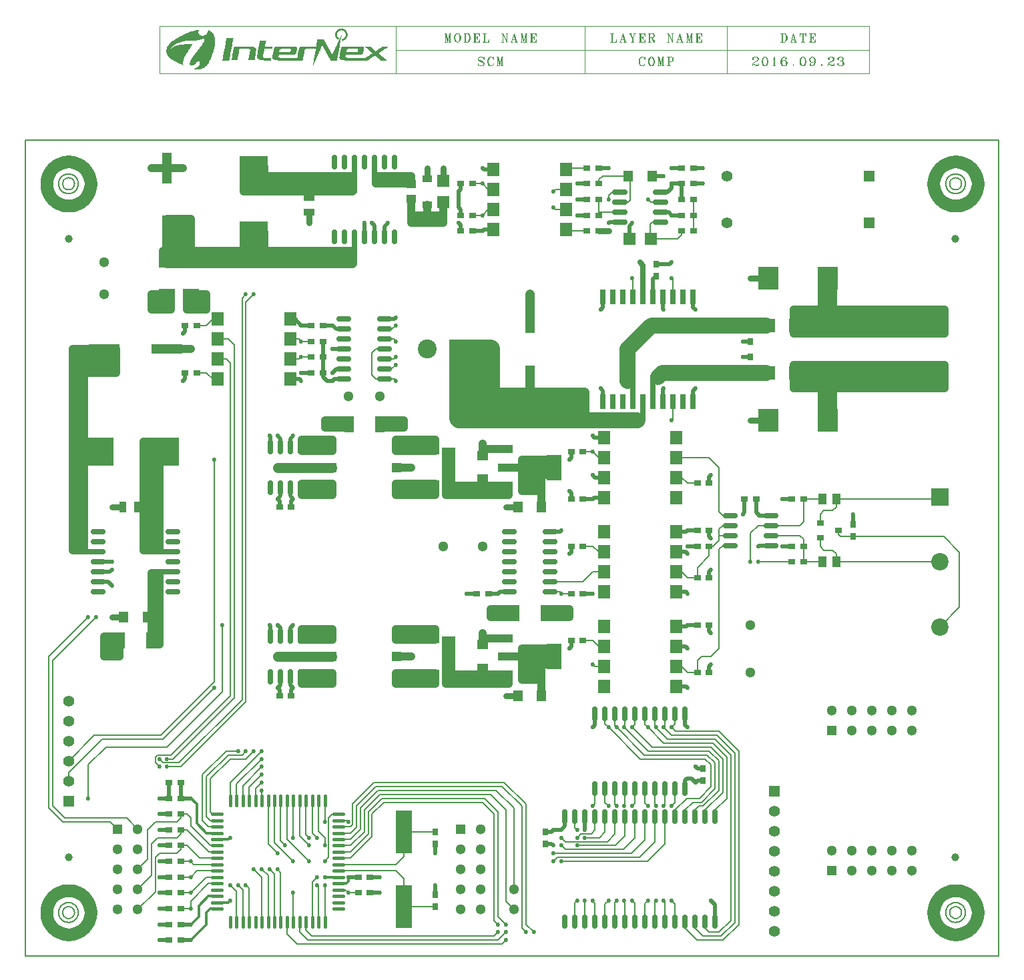
<source format=gbr>
%MOMM*%
%FSLAX33Y33*%
%ADD10C,0.203200*%
%ADD125C,0.120000*%
%ADD126C,0.200000*%
%ADD128C,1.000000*%
%ADD135R,1.400000X1.400000*%
%ADD143C,0.500000*%
%ADD152R,1.350000X1.200000*%
%ADD172C,0.635000*%
%ADD173C,1.200000*%
%ADD174C,0.300000*%
%ADD175C,0.750000*%
%ADD176C,2.400000*%
%ADD177C,2.000000*%
%ADD178C,0.800000*%
%ADD179C,0.650000*%
%ADD180C,1.300000*%
%ADD181C,0.530000*%
%ADD182C,0.900000*%
%ADD183R,1.300000X1.300000*%
%ADD184R,2.400000X2.400000*%
%ADD185C,2.200000*%
%ADD186R,2.200000X2.200000*%
%ADD187R,2.700000X3.600000*%
%ADD188R,4.000000X1.200000*%
%ADD189R,1.200000X1.350000*%
%ADD190R,1.300000X2.000000*%
%ADD191R,0.900000X1.400000*%
%ADD192R,2.200000X1.400000*%
%ADD193R,2.000000X1.300000*%
%ADD194R,1.200000X4.000000*%
%ADD195R,0.900000X0.800000*%
%ADD196C,0.400000*%
%ADD197R,1.520000X1.780000*%
%ADD198R,3.600000X2.700000*%
%ADD199R,1.270000X1.270000*%
%ADD200R,1.400000X0.900000*%
%ADD201R,1.400000X2.200000*%
%ADD202R,2.000000X5.500000*%
%ADD203R,1.220000X0.910000*%
%ADD204R,1.250000X1.100000*%
%ADD205R,0.800000X0.900000*%
%ADD206R,1.700000X1.100000*%
%ADD207R,1.050000X0.800000*%
%ADD208R,1.600000X1.500000*%
%ADD209R,1.900000X3.300000*%
%ADD210R,1.900000X1.000000*%
%ADD211R,0.635000X1.950000*%
%ADD212R,1.500000X1.600000*%
%ADD213R,1.100000X1.450000*%
%ADD214R,2.500000X3.000000*%
%ADD215R,3.000000X2.500000*%
%ADD216R,1.200000X1.800000*%
%ADD217C,1.600000*%
%ADD225C,1.000000*%
%ADD226C,1.400000*%
%ADD227C,2.400000*%
%ADD228C,1.300000*%
G90*G71*G01*D02*G54D10*X000000Y000000D02*X123500Y000000D01*X123500Y103500D01*
X000000Y103500D01*X000000Y000000D01*X004250Y005500D02*X004274Y005256D01*
X004345Y005022D01*X004461Y004806D01*X004616Y004616D01*X004806Y004461D01*
X005022Y004345D01*X005256Y004274D01*X005500Y004250D01*X005744Y004274D01*
X005978Y004345D01*X006194Y004461D01*X006384Y004616D01*X006539Y004806D01*
X006655Y005022D01*X006726Y005256D01*X006750Y005500D01*X006726Y005744D01*
X006655Y005978D01*X006539Y006194D01*X006384Y006384D01*X006194Y006539D01*
X005978Y006655D01*X005744Y006726D01*X005500Y006750D01*X005256Y006726D01*
X005022Y006655D01*X004806Y006539D01*X004616Y006384D01*X004461Y006194D01*
X004345Y005978D01*X004274Y005744D01*X004250Y005500D01*X004750Y005500D02*
X004764Y005354D01*X004807Y005213D01*X004876Y005083D01*X004970Y004970D01*
X005083Y004876D01*X005213Y004807D01*X005354Y004764D01*X005500Y004750D01*
X005646Y004764D01*X005787Y004807D01*X005917Y004876D01*X006030Y004970D01*
X006124Y005083D01*X006193Y005213D01*X006236Y005354D01*X006250Y005500D01*
X006236Y005646D01*X006193Y005787D01*X006124Y005917D01*X006030Y006030D01*
X005917Y006124D01*X005787Y006193D01*X005646Y006236D01*X005500Y006250D01*
X005354Y006236D01*X005213Y006193D01*X005083Y006124D01*X004970Y006030D01*
X004876Y005917D01*X004807Y005787D01*X004764Y005646D01*X004750Y005500D01*
X116750Y005500D02*X116774Y005256D01*X116845Y005022D01*X116961Y004806D01*
X117116Y004616D01*X117306Y004461D01*X117522Y004345D01*X117756Y004274D01*
X118000Y004250D01*X118244Y004274D01*X118478Y004345D01*X118694Y004461D01*
X118884Y004616D01*X119039Y004806D01*X119155Y005022D01*X119226Y005256D01*
X119250Y005500D01*X119226Y005744D01*X119155Y005978D01*X119039Y006194D01*
X118884Y006384D01*X118694Y006539D01*X118478Y006655D01*X118244Y006726D01*
X118000Y006750D01*X117756Y006726D01*X117522Y006655D01*X117306Y006539D01*
X117116Y006384D01*X116961Y006194D01*X116845Y005978D01*X116774Y005744D01*
X116750Y005500D01*X117250Y005500D02*X117264Y005354D01*X117307Y005213D01*
X117376Y005083D01*X117470Y004970D01*X117583Y004876D01*X117713Y004807D01*
X117854Y004764D01*X118000Y004750D01*X118146Y004764D01*X118287Y004807D01*
X118417Y004876D01*X118530Y004970D01*X118624Y005083D01*X118693Y005213D01*
X118736Y005354D01*X118750Y005500D01*X118736Y005646D01*X118693Y005787D01*
X118624Y005917D01*X118530Y006030D01*X118417Y006124D01*X118287Y006193D01*
X118146Y006236D01*X118000Y006250D01*X117854Y006236D01*X117713Y006193D01*
X117583Y006124D01*X117470Y006030D01*X117376Y005917D01*X117307Y005787D01*
X117264Y005646D01*X117250Y005500D01*X004250Y098000D02*X004274Y097756D01*
X004345Y097522D01*X004461Y097306D01*X004616Y097116D01*X004806Y096961D01*
X005022Y096845D01*X005256Y096774D01*X005500Y096750D01*X005744Y096774D01*
X005978Y096845D01*X006194Y096961D01*X006384Y097116D01*X006539Y097306D01*
X006655Y097522D01*X006726Y097756D01*X006750Y098000D01*X006726Y098244D01*
X006655Y098478D01*X006539Y098694D01*X006384Y098884D01*X006194Y099039D01*
X005978Y099155D01*X005744Y099226D01*X005500Y099250D01*X005256Y099226D01*
X005022Y099155D01*X004806Y099039D01*X004616Y098884D01*X004461Y098694D01*
X004345Y098478D01*X004274Y098244D01*X004250Y098000D01*X004750Y098000D02*
X004764Y097854D01*X004807Y097713D01*X004876Y097583D01*X004970Y097470D01*
X005083Y097376D01*X005213Y097307D01*X005354Y097264D01*X005500Y097250D01*
X005646Y097264D01*X005787Y097307D01*X005917Y097376D01*X006030Y097470D01*
X006124Y097583D01*X006193Y097713D01*X006236Y097854D01*X006250Y098000D01*
X006236Y098146D01*X006193Y098287D01*X006124Y098417D01*X006030Y098530D01*
X005917Y098624D01*X005787Y098693D01*X005646Y098736D01*X005500Y098750D01*
X005354Y098736D01*X005213Y098693D01*X005083Y098624D01*X004970Y098530D01*
X004876Y098417D01*X004807Y098287D01*X004764Y098146D01*X004750Y098000D01*
X116750Y098000D02*X116774Y097756D01*X116845Y097522D01*X116961Y097306D01*
X117116Y097116D01*X117306Y096961D01*X117522Y096845D01*X117756Y096774D01*
X118000Y096750D01*X118244Y096774D01*X118478Y096845D01*X118694Y096961D01*
X118884Y097116D01*X119039Y097306D01*X119155Y097522D01*X119226Y097756D01*
X119250Y098000D01*X119226Y098244D01*X119155Y098478D01*X119039Y098694D01*
X118884Y098884D01*X118694Y099039D01*X118478Y099155D01*X118244Y099226D01*
X118000Y099250D01*X117756Y099226D01*X117522Y099155D01*X117306Y099039D01*
X117116Y098884D01*X116961Y098694D01*X116845Y098478D01*X116774Y098244D01*
X116750Y098000D01*X117250Y098000D02*X117264Y097854D01*X117307Y097713D01*
X117376Y097583D01*X117470Y097470D01*X117583Y097376D01*X117713Y097307D01*
X117854Y097264D01*X118000Y097250D01*X118146Y097264D01*X118287Y097307D01*
X118417Y097376D01*X118530Y097470D01*X118624Y097583D01*X118693Y097713D01*
X118736Y097854D01*X118750Y098000D01*X118736Y098146D01*X118693Y098287D01*
X118624Y098417D01*X118530Y098530D01*X118417Y098624D01*X118287Y098693D01*
X118146Y098736D01*X118000Y098750D01*X117854Y098736D01*X117713Y098693D01*
X117583Y098624D01*X117470Y098530D01*X117376Y098417D01*X117307Y098287D01*
X117264Y098146D01*X117250Y098000D01*D02*G54D125*X047000Y118000D02*
X017000Y118000D01*X017000Y112000D01*X047000Y112000D01*X047000Y115000D02*
X107000Y115000D01*X071000Y118000D02*X071000Y112000D01*X047000Y118000D02*
X107000Y118000D01*X107000Y112000D02*X047000Y112000D01*X047000Y118000D02*
X047000Y112000D01*X107000Y118000D02*X107000Y112000D01*X089000Y118000D02*
X089000Y112000D01*X092265Y113882D02*X092265Y113827D01*X092319Y113827D01*
X092319Y113882D01*X092265Y113882D01*X092265Y113936D02*X092319Y113936D01*
X092374Y113882D01*X092374Y113827D01*X092319Y113773D01*X092265Y113773D01*
X092210Y113827D01*X092210Y113882D01*X092265Y113991D01*X092319Y114045D01*
X092483Y114082D01*X092709Y114082D01*X092873Y114045D01*X092928Y113991D01*
X092990Y113882D01*X092990Y113773D01*X092928Y113682D01*X092764Y113573D01*
X092483Y113464D01*X092374Y113409D01*X092265Y113300D01*X092210Y113155D01*
X092210Y112991D01*X092873Y113991D02*X092928Y113882D01*X092928Y113773D01*
X092873Y113682D01*X092709Y114082D02*X092818Y114045D01*X092873Y113882D01*
X092873Y113773D01*X092818Y113682D01*X092709Y113573D01*X092483Y113464D01*
X092210Y113100D02*X092265Y113155D01*X092374Y113155D01*X092647Y113100D01*
X092873Y113100D01*X092990Y113155D01*X092374Y113155D02*X092647Y113045D01*
X092873Y113045D01*X092928Y113100D01*X092374Y113155D02*X092647Y112991D01*
X092873Y112991D01*X092928Y113045D01*X092990Y113155D01*X092990Y113245D01*
X093738Y114082D02*X093574Y114045D01*X093465Y113882D01*X093410Y113627D01*
X093410Y113464D01*X093465Y113209D01*X093574Y113045D01*X093738Y112991D01*
X093855Y112991D01*X094018Y113045D01*X094128Y113209D01*X094190Y113464D01*
X094190Y113627D01*X094128Y113882D01*X094018Y114045D01*X093855Y114082D01*
X093738Y114082D01*X093574Y113991D02*X093519Y113882D01*X093465Y113682D01*
X093465Y113409D01*X093519Y113209D01*X093574Y113100D01*X094018Y113100D02*
X094073Y113209D01*X094128Y113409D01*X094128Y113682D01*X094073Y113882D01*
X094018Y113991D01*X093738Y114082D02*X093628Y114045D01*X093574Y113936D01*
X093519Y113682D01*X093519Y113409D01*X093574Y113155D01*X093628Y113045D01*
X093738Y112991D01*X093855Y112991D02*X093964Y113045D01*X094018Y113155D01*
X094073Y113409D01*X094073Y113682D01*X094018Y113936D01*X093964Y114045D01*
X093855Y114082D01*X094961Y113991D02*X094961Y112991D01*X094992Y113991D02*
X094992Y113045D01*X095016Y114082D02*X095016Y112991D01*X095016Y114082D02*
X094938Y113936D01*X094891Y113882D01*X094867Y112991D02*X095117Y112991D01*
X094961Y113045D02*X094914Y112991D01*X094961Y113100D02*X094938Y112991D01*
X095016Y113100D02*X095039Y112991D01*X095016Y113045D02*X095062Y112991D01*
X096418Y113936D02*X096418Y113882D01*X096473Y113882D01*X096473Y113936D01*
X096418Y113936D01*X096473Y113991D02*X096418Y113991D01*X096364Y113936D01*
X096364Y113882D01*X096418Y113827D01*X096473Y113827D01*X096528Y113882D01*
X096528Y113936D01*X096473Y114045D01*X096364Y114082D01*X096200Y114082D01*
X096028Y114045D01*X095919Y113936D01*X095865Y113827D01*X095810Y113627D01*
X095810Y113300D01*X095865Y113155D01*X095974Y113045D01*X096138Y112991D01*
X096255Y112991D01*X096418Y113045D01*X096528Y113155D01*X096590Y113300D01*
X096590Y113355D01*X096528Y113518D01*X096418Y113627D01*X096255Y113682D01*
X096138Y113682D01*X096028Y113627D01*X095974Y113573D01*X095919Y113464D01*
X095974Y113936D02*X095919Y113827D01*X095865Y113627D01*X095865Y113300D01*
X095919Y113155D01*X095974Y113100D01*X096473Y113155D02*X096528Y113245D01*
X096528Y113409D01*X096473Y113518D01*X096200Y114082D02*X096083Y114045D01*
X096028Y113991D01*X095974Y113882D01*X095919Y113682D01*X095919Y113300D01*
X095974Y113155D01*X096028Y113045D01*X096138Y112991D01*X096255Y112991D02*
X096364Y113045D01*X096418Y113100D01*X096473Y113245D01*X096473Y113409D01*
X096418Y113573D01*X096364Y113627D01*X096255Y113682D01*X097384Y113155D02*
X097361Y113100D01*X097361Y113045D01*X097384Y112991D01*X097408Y112991D01*
X097431Y113045D01*X097431Y113100D01*X097408Y113155D01*X097384Y113155D01*
X097384Y113100D02*X097384Y113045D01*X097408Y113045D01*X097408Y113100D01*
X097384Y113100D01*X098538Y114082D02*X098374Y114045D01*X098265Y113882D01*
X098210Y113627D01*X098210Y113464D01*X098265Y113209D01*X098374Y113045D01*
X098538Y112991D01*X098655Y112991D01*X098818Y113045D01*X098928Y113209D01*
X098990Y113464D01*X098990Y113627D01*X098928Y113882D01*X098818Y114045D01*
X098655Y114082D01*X098538Y114082D01*X098374Y113991D02*X098319Y113882D01*
X098265Y113682D01*X098265Y113409D01*X098319Y113209D01*X098374Y113100D01*
X098818Y113100D02*X098873Y113209D01*X098928Y113409D01*X098928Y113682D01*
X098873Y113882D01*X098818Y113991D01*X098538Y114082D02*X098428Y114045D01*
X098374Y113936D01*X098319Y113682D01*X098319Y113409D01*X098374Y113155D01*
X098428Y113045D01*X098538Y112991D01*X098655Y112991D02*X098764Y113045D01*
X098818Y113155D01*X098873Y113409D01*X098873Y113682D01*X098818Y113936D01*
X098764Y114045D01*X098655Y114082D01*X099519Y113209D02*X099519Y113155D01*
X099574Y113155D01*X099574Y113209D01*X099519Y113209D01*X100073Y113627D02*
X100018Y113518D01*X099964Y113464D01*X099855Y113409D01*X099738Y113409D01*
X099574Y113464D01*X099465Y113573D01*X099410Y113718D01*X099410Y113773D01*
X099465Y113936D01*X099574Y114045D01*X099738Y114082D01*X099855Y114082D01*
X100018Y114045D01*X100128Y113936D01*X100190Y113773D01*X100190Y113464D01*
X100128Y113245D01*X100073Y113155D01*X099964Y113045D01*X099792Y112991D01*
X099628Y112991D01*X099519Y113045D01*X099465Y113155D01*X099465Y113209D01*
X099519Y113245D01*X099574Y113245D01*X099628Y113209D01*X099628Y113155D01*
X099574Y113100D01*X099519Y113100D01*X099519Y113573D02*X099465Y113682D01*
X099465Y113827D01*X099519Y113936D01*X100018Y113991D02*X100073Y113936D01*
X100128Y113773D01*X100128Y113464D01*X100073Y113245D01*X100018Y113155D01*
X099738Y113409D02*X099628Y113464D01*X099574Y113518D01*X099519Y113682D01*
X099519Y113827D01*X099574Y113991D01*X099628Y114045D01*X099738Y114082D01*
X099855Y114082D02*X099964Y114045D01*X100018Y113936D01*X100073Y113773D01*
X100073Y113409D01*X100018Y113209D01*X099964Y113100D01*X099909Y113045D01*
X099792Y112991D01*X100984Y113155D02*X100961Y113100D01*X100961Y113045D01*
X100984Y112991D01*X101008Y112991D01*X101031Y113045D01*X101031Y113100D01*
X101008Y113155D01*X100984Y113155D01*X100984Y113100D02*X100984Y113045D01*
X101008Y113045D01*X101008Y113100D01*X100984Y113100D01*X101865Y113882D02*
X101865Y113827D01*X101919Y113827D01*X101919Y113882D01*X101865Y113882D01*
X101865Y113936D02*X101919Y113936D01*X101974Y113882D01*X101974Y113827D01*
X101919Y113773D01*X101865Y113773D01*X101810Y113827D01*X101810Y113882D01*
X101865Y113991D01*X101919Y114045D01*X102083Y114082D01*X102309Y114082D01*
X102473Y114045D01*X102528Y113991D01*X102590Y113882D01*X102590Y113773D01*
X102528Y113682D01*X102364Y113573D01*X102083Y113464D01*X101974Y113409D01*
X101865Y113300D01*X101810Y113155D01*X101810Y112991D01*X102473Y113991D02*
X102528Y113882D01*X102528Y113773D01*X102473Y113682D01*X102309Y114082D02*
X102418Y114045D01*X102473Y113882D01*X102473Y113773D01*X102418Y113682D01*
X102309Y113573D01*X102083Y113464D01*X101810Y113100D02*X101865Y113155D01*
X101974Y113155D01*X102247Y113100D01*X102473Y113100D01*X102590Y113155D01*
X101974Y113155D02*X102247Y113045D01*X102473Y113045D01*X102528Y113100D01*
X101974Y113155D02*X102247Y112991D01*X102473Y112991D01*X102528Y113045D01*
X102590Y113155D01*X102590Y113245D01*X103065Y113882D02*X103065Y113827D01*
X103119Y113827D01*X103119Y113882D01*X103065Y113882D01*X103065Y113936D02*
X103119Y113936D01*X103174Y113882D01*X103174Y113827D01*X103119Y113773D01*
X103065Y113773D01*X103010Y113827D01*X103010Y113882D01*X103065Y113991D01*
X103119Y114045D01*X103283Y114082D01*X103509Y114082D01*X103673Y114045D01*
X103728Y113936D01*X103728Y113773D01*X103673Y113682D01*X103509Y113627D01*
X103618Y114045D02*X103673Y113936D01*X103673Y113773D01*X103618Y113682D01*
X103455Y114082D02*X103564Y114045D01*X103618Y113936D01*X103618Y113773D01*
X103564Y113682D01*X103455Y113627D01*X103338Y113627D02*X103509Y113627D01*
X103618Y113573D01*X103728Y113464D01*X103790Y113355D01*X103790Y113209D01*
X103728Y113100D01*X103673Y113045D01*X103509Y112991D01*X103283Y112991D01*
X103119Y113045D01*X103065Y113100D01*X103010Y113209D01*X103010Y113245D01*
X103065Y113300D01*X103119Y113300D01*X103174Y113245D01*X103174Y113209D01*
X103119Y113155D01*X103065Y113155D01*X103673Y113464D02*X103728Y113355D01*
X103728Y113209D01*X103673Y113100D01*X103455Y113627D02*X103564Y113573D01*
X103618Y113518D01*X103673Y113355D01*X103673Y113209D01*X103618Y113045D01*
X103509Y112991D01*X103065Y113245D02*X103065Y113209D01*X103119Y113209D01*
X103119Y113245D01*X103065Y113245D01*X095943Y117082D02*X095943Y115991D01*
X095989Y117045D02*X095989Y116045D01*X096036Y117082D02*X096036Y115991D01*
X095810Y117082D02*X096262Y117082D01*X096403Y117045D01*X096496Y116936D01*
X096543Y116827D01*X096590Y116682D01*X096590Y116409D01*X096543Y116245D01*
X096496Y116155D01*X096403Y116045D01*X096262Y115991D01*X095810Y115991D01*
X096450Y116936D02*X096496Y116827D01*X096543Y116682D01*X096543Y116409D01*
X096496Y116245D01*X096450Y116155D01*X096262Y117082D02*X096356Y117045D01*
X096450Y116882D01*X096496Y116682D01*X096496Y116409D01*X096450Y116209D01*
X096356Y116045D01*X096262Y115991D01*X095849Y117082D02*X095943Y117045D01*
X095896Y117082D02*X095943Y116991D01*X096083Y117082D02*X096036Y116991D01*
X096130Y117082D02*X096036Y117045D01*X095943Y116045D02*X095849Y115991D01*
X095943Y116100D02*X095896Y115991D01*X096036Y116100D02*X096083Y115991D01*
X096036Y116045D02*X096130Y115991D01*X097400Y117082D02*X097096Y116045D01*
X097353Y116936D02*X097611Y115991D01*X097400Y116936D02*X097657Y115991D01*
X097400Y117082D02*X097696Y115991D01*X097182Y116300D02*X097572Y116300D01*
X097010Y115991D02*X097267Y115991D01*X097486Y115991D02*X097790Y115991D01*
X097096Y116045D02*X097049Y115991D01*X097096Y116045D02*X097182Y115991D01*
X097611Y116045D02*X097525Y115991D01*X097611Y116100D02*X097572Y115991D01*
X097657Y116100D02*X097743Y115991D01*X098210Y117082D02*X098210Y116773D01*
X098545Y117082D02*X098545Y115991D01*X098600Y117045D02*X098600Y116045D01*
X098647Y117082D02*X098647Y115991D01*X098990Y117082D02*X098990Y116773D01*
X098210Y117082D02*X098990Y117082D01*X098405Y115991D02*X098787Y115991D01*
X098257Y117082D02*X098210Y116773D01*X098304Y117082D02*X098210Y116936D01*
X098350Y117082D02*X098210Y116991D01*X098452Y117082D02*X098210Y117045D01*
X098740Y117082D02*X098990Y117045D01*X098842Y117082D02*X098990Y116991D01*
X098889Y117082D02*X098990Y116936D01*X098935Y117082D02*X098990Y116773D01*
X098545Y116045D02*X098452Y115991D01*X098545Y116100D02*X098499Y115991D01*
X098647Y116100D02*X098694Y115991D01*X098647Y116045D02*X098740Y115991D01*
X099550Y117082D02*X099550Y115991D01*X099597Y117045D02*X099597Y116045D01*
X099652Y117082D02*X099652Y115991D01*X099410Y117082D02*X100190Y117082D01*
X100190Y116773D01*X099652Y116573D02*X099940Y116573D01*X099940Y116773D02*
X099940Y116355D01*X099410Y115991D02*X100190Y115991D01*X100190Y116300D01*
X099457Y117082D02*X099550Y117045D01*X099504Y117082D02*X099550Y116991D01*
X099699Y117082D02*X099652Y116991D01*X099745Y117082D02*X099652Y117045D01*
X099940Y117082D02*X100190Y117045D01*X100042Y117082D02*X100190Y116991D01*
X100089Y117082D02*X100190Y116936D01*X100135Y117082D02*X100190Y116773D01*
X099940Y116773D02*X099894Y116573D01*X099940Y116355D01*X099940Y116682D02*
X099847Y116573D01*X099940Y116464D01*X099940Y116627D02*X099745Y116573D01*
X099940Y116518D01*X099550Y116045D02*X099457Y115991D01*X099550Y116100D02*
X099504Y115991D01*X099652Y116100D02*X099699Y115991D01*X099652Y116045D02*
X099745Y115991D01*X099940Y115991D02*X100190Y116045D01*X100042Y115991D02*
X100190Y116100D01*X100089Y115991D02*X100190Y116155D01*X100135Y115991D02*
X100190Y116300D01*X074366Y117082D02*X074366Y115991D01*X074413Y117045D02*
X074413Y116045D01*X074467Y117082D02*X074467Y115991D01*X074210Y117082D02*
X074623Y117082D01*X074210Y115991D02*X074990Y115991D01*X074990Y116300D01*
X074257Y117082D02*X074366Y117045D01*X074311Y117082D02*X074366Y116991D01*
X074522Y117082D02*X074467Y116991D01*X074569Y117082D02*X074467Y117045D01*
X074366Y116045D02*X074257Y115991D01*X074366Y116100D02*X074311Y115991D01*
X074467Y116100D02*X074522Y115991D01*X074467Y116045D02*X074569Y115991D01*
X074725Y115991D02*X074990Y116045D01*X074826Y115991D02*X074990Y116100D01*
X074881Y115991D02*X074990Y116155D01*X074935Y115991D02*X074990Y116300D01*
X075800Y117082D02*X075496Y116045D01*X075753Y116936D02*X076011Y115991D01*
X075800Y116936D02*X076057Y115991D01*X075800Y117082D02*X076096Y115991D01*
X075582Y116300D02*X075972Y116300D01*X075410Y115991D02*X075667Y115991D01*
X075886Y115991D02*X076190Y115991D01*X075496Y116045D02*X075449Y115991D01*
X075496Y116045D02*X075582Y115991D01*X076011Y116045D02*X075925Y115991D01*
X076011Y116100D02*X075972Y115991D01*X076057Y116100D02*X076143Y115991D01*
X076688Y117082D02*X076953Y116518D01*X076953Y115991D01*X076727Y117082D02*
X076992Y116518D01*X076992Y116045D01*X076758Y117082D02*X077039Y116518D01*
X077039Y115991D01*X077265Y117045D02*X077039Y116518D01*X076610Y117082D02*
X076883Y117082D01*X077148Y117082D02*X077390Y117082D01*X076844Y115991D02*
X077148Y115991D01*X076649Y117082D02*X076727Y117045D01*X076844Y117082D02*
X076758Y117045D01*X077195Y117082D02*X077265Y117045D01*X077343Y117082D02*
X077265Y117045D01*X076953Y116045D02*X076883Y115991D01*X076953Y116100D02*
X076914Y115991D01*X077039Y116100D02*X077070Y115991D01*X077039Y116045D02*
X077109Y115991D01*X077950Y117082D02*X077950Y115991D01*X077997Y117045D02*
X077997Y116045D01*X078052Y117082D02*X078052Y115991D01*X077810Y117082D02*
X078590Y117082D01*X078590Y116773D01*X078052Y116573D02*X078340Y116573D01*
X078340Y116773D02*X078340Y116355D01*X077810Y115991D02*X078590Y115991D01*
X078590Y116300D01*X077857Y117082D02*X077950Y117045D01*X077904Y117082D02*
X077950Y116991D01*X078099Y117082D02*X078052Y116991D01*X078145Y117082D02*
X078052Y117045D01*X078340Y117082D02*X078590Y117045D01*X078442Y117082D02*
X078590Y116991D01*X078489Y117082D02*X078590Y116936D01*X078535Y117082D02*
X078590Y116773D01*X078340Y116773D02*X078294Y116573D01*X078340Y116355D01*
X078340Y116682D02*X078247Y116573D01*X078340Y116464D01*X078340Y116627D02*
X078145Y116573D01*X078340Y116518D01*X077950Y116045D02*X077857Y115991D01*
X077950Y116100D02*X077904Y115991D01*X078052Y116100D02*X078099Y115991D01*
X078052Y116045D02*X078145Y115991D01*X078340Y115991D02*X078590Y116045D01*
X078442Y115991D02*X078590Y116100D01*X078489Y115991D02*X078590Y116155D01*
X078535Y115991D02*X078590Y116300D01*X079135Y117082D02*X079135Y115991D01*
X079182Y117045D02*X079182Y116045D01*X079221Y117082D02*X079221Y115991D01*
X079010Y117082D02*X079525Y117082D01*X079657Y117045D01*X079696Y116991D01*
X079743Y116882D01*X079743Y116773D01*X079696Y116682D01*X079657Y116627D01*
X079525Y116573D01*X079221Y116573D01*X079657Y116991D02*X079696Y116882D01*
X079696Y116773D01*X079657Y116682D01*X079525Y117082D02*X079611Y117045D01*
X079657Y116936D01*X079657Y116718D01*X079611Y116627D01*X079525Y116573D01*
X079392Y116573D02*X079486Y116518D01*X079525Y116409D01*X079611Y116100D01*
X079657Y115991D01*X079743Y115991D01*X079790Y116100D01*X079790Y116209D01*
X079611Y116209D02*X079657Y116100D01*X079696Y116045D01*X079743Y116045D01*
X079486Y116518D02*X079525Y116464D01*X079657Y116155D01*X079696Y116100D01*
X079743Y116100D01*X079790Y116155D01*X079010Y115991D02*X079353Y115991D01*
X079049Y117082D02*X079135Y117045D01*X079096Y117082D02*X079135Y116991D01*
X079267Y117082D02*X079221Y116991D01*X079306Y117082D02*X079221Y117045D01*
X079135Y116045D02*X079049Y115991D01*X079135Y116100D02*X079096Y115991D01*
X079221Y116100D02*X079267Y115991D01*X079221Y116045D02*X079306Y115991D01*
X081519Y117082D02*X081519Y116045D01*X081519Y117082D02*X082065Y115991D01*
X081566Y117082D02*X082026Y116155D01*X081597Y117082D02*X082065Y116155D01*
X082065Y117045D02*X082065Y115991D01*X081410Y117082D02*X081597Y117082D01*
X081956Y117082D02*X082190Y117082D01*X081410Y115991D02*X081636Y115991D01*
X081441Y117082D02*X081519Y117045D01*X081995Y117082D02*X082065Y117045D01*
X082151Y117082D02*X082065Y117045D01*X081519Y116045D02*X081441Y115991D01*
X081519Y116045D02*X081597Y115991D01*X083000Y117082D02*X082696Y116045D01*
X082953Y116936D02*X083211Y115991D01*X083000Y116936D02*X083257Y115991D01*
X083000Y117082D02*X083296Y115991D01*X082782Y116300D02*X083172Y116300D01*
X082610Y115991D02*X082867Y115991D01*X083086Y115991D02*X083390Y115991D01*
X082696Y116045D02*X082649Y115991D01*X082696Y116045D02*X082782Y115991D01*
X083211Y116045D02*X083125Y115991D01*X083211Y116100D02*X083172Y115991D01*
X083257Y116100D02*X083343Y115991D01*X083911Y117082D02*X083911Y116045D01*
X083911Y117082D02*X084161Y115991D01*X083950Y117082D02*X084161Y116155D01*
X083982Y117082D02*X084192Y116155D01*X084411Y117082D02*X084161Y115991D01*
X084411Y117082D02*X084411Y115991D01*X084442Y117045D02*X084442Y116045D01*
X084481Y117082D02*X084481Y115991D01*X083810Y117082D02*X083982Y117082D01*
X084411Y117082D02*X084590Y117082D01*X083810Y115991D02*X084021Y115991D01*
X084301Y115991D02*X084590Y115991D01*X083841Y117082D02*X083911Y117045D01*
X084512Y117082D02*X084481Y116991D01*X084551Y117082D02*X084481Y117045D01*
X083911Y116045D02*X083841Y115991D01*X083911Y116045D02*X083982Y115991D01*
X084411Y116045D02*X084340Y115991D01*X084411Y116100D02*X084372Y115991D01*
X084481Y116100D02*X084512Y115991D01*X084481Y116045D02*X084551Y115991D01*
X085150Y117082D02*X085150Y115991D01*X085197Y117045D02*X085197Y116045D01*
X085252Y117082D02*X085252Y115991D01*X085010Y117082D02*X085790Y117082D01*
X085790Y116773D01*X085252Y116573D02*X085540Y116573D01*X085540Y116773D02*
X085540Y116355D01*X085010Y115991D02*X085790Y115991D01*X085790Y116300D01*
X085057Y117082D02*X085150Y117045D01*X085104Y117082D02*X085150Y116991D01*
X085299Y117082D02*X085252Y116991D01*X085345Y117082D02*X085252Y117045D01*
X085540Y117082D02*X085790Y117045D01*X085642Y117082D02*X085790Y116991D01*
X085689Y117082D02*X085790Y116936D01*X085735Y117082D02*X085790Y116773D01*
X085540Y116773D02*X085494Y116573D01*X085540Y116355D01*X085540Y116682D02*
X085447Y116573D01*X085540Y116464D01*X085540Y116627D02*X085345Y116573D01*
X085540Y116518D01*X085150Y116045D02*X085057Y115991D01*X085150Y116100D02*
X085104Y115991D01*X085252Y116100D02*X085299Y115991D01*X085252Y116045D02*
X085345Y115991D01*X085540Y115991D02*X085790Y116045D01*X085642Y115991D02*
X085790Y116100D01*X085689Y115991D02*X085790Y116155D01*X085735Y115991D02*
X085790Y116300D01*X053311Y117082D02*X053311Y116045D01*X053311Y117082D02*
X053561Y115991D01*X053350Y117082D02*X053561Y116155D01*X053382Y117082D02*
X053592Y116155D01*X053811Y117082D02*X053561Y115991D01*X053811Y117082D02*
X053811Y115991D01*X053842Y117045D02*X053842Y116045D01*X053881Y117082D02*
X053881Y115991D01*X053210Y117082D02*X053382Y117082D01*X053811Y117082D02*
X053990Y117082D01*X053210Y115991D02*X053421Y115991D01*X053701Y115991D02*
X053990Y115991D01*X053241Y117082D02*X053311Y117045D01*X053912Y117082D02*
X053881Y116991D01*X053951Y117082D02*X053881Y117045D01*X053311Y116045D02*
X053241Y115991D01*X053311Y116045D02*X053382Y115991D01*X053811Y116045D02*
X053740Y115991D01*X053811Y116100D02*X053772Y115991D01*X053881Y116100D02*
X053912Y115991D01*X053881Y116045D02*X053951Y115991D01*X054745Y117082D02*
X054605Y117045D01*X054504Y116936D01*X054457Y116827D01*X054410Y116627D01*
X054410Y116464D01*X054457Y116245D01*X054504Y116155D01*X054605Y116045D01*
X054745Y115991D01*X054847Y115991D01*X054995Y116045D01*X055089Y116155D01*
X055135Y116245D01*X055190Y116464D01*X055190Y116627D01*X055135Y116827D01*
X055089Y116936D01*X054995Y117045D01*X054847Y117082D01*X054745Y117082D01*
X054550Y116936D02*X054504Y116827D01*X054457Y116682D01*X054457Y116409D01*
X054504Y116245D01*X054550Y116155D01*X055042Y116155D02*X055089Y116245D01*
X055135Y116409D01*X055135Y116682D01*X055089Y116827D01*X055042Y116936D01*
X054745Y117082D02*X054652Y117045D01*X054550Y116882D01*X054504Y116682D01*
X054504Y116409D01*X054550Y116209D01*X054652Y116045D01*X054745Y115991D01*
X054847Y115991D02*X054940Y116045D01*X055042Y116209D01*X055089Y116409D01*
X055089Y116682D01*X055042Y116882D01*X054940Y117045D01*X054847Y117082D01*
X055743Y117082D02*X055743Y115991D01*X055789Y117045D02*X055789Y116045D01*
X055836Y117082D02*X055836Y115991D01*X055610Y117082D02*X056062Y117082D01*
X056203Y117045D01*X056296Y116936D01*X056343Y116827D01*X056390Y116682D01*
X056390Y116409D01*X056343Y116245D01*X056296Y116155D01*X056203Y116045D01*
X056062Y115991D01*X055610Y115991D01*X056250Y116936D02*X056296Y116827D01*
X056343Y116682D01*X056343Y116409D01*X056296Y116245D01*X056250Y116155D01*
X056062Y117082D02*X056156Y117045D01*X056250Y116882D01*X056296Y116682D01*
X056296Y116409D01*X056250Y116209D01*X056156Y116045D01*X056062Y115991D01*
X055649Y117082D02*X055743Y117045D01*X055696Y117082D02*X055743Y116991D01*
X055883Y117082D02*X055836Y116991D01*X055930Y117082D02*X055836Y117045D01*
X055743Y116045D02*X055649Y115991D01*X055743Y116100D02*X055696Y115991D01*
X055836Y116100D02*X055883Y115991D01*X055836Y116045D02*X055930Y115991D01*
X056950Y117082D02*X056950Y115991D01*X056997Y117045D02*X056997Y116045D01*
X057052Y117082D02*X057052Y115991D01*X056810Y117082D02*X057590Y117082D01*
X057590Y116773D01*X057052Y116573D02*X057340Y116573D01*X057340Y116773D02*
X057340Y116355D01*X056810Y115991D02*X057590Y115991D01*X057590Y116300D01*
X056857Y117082D02*X056950Y117045D01*X056904Y117082D02*X056950Y116991D01*
X057099Y117082D02*X057052Y116991D01*X057145Y117082D02*X057052Y117045D01*
X057340Y117082D02*X057590Y117045D01*X057442Y117082D02*X057590Y116991D01*
X057489Y117082D02*X057590Y116936D01*X057535Y117082D02*X057590Y116773D01*
X057340Y116773D02*X057294Y116573D01*X057340Y116355D01*X057340Y116682D02*
X057247Y116573D01*X057340Y116464D01*X057340Y116627D02*X057145Y116573D01*
X057340Y116518D01*X056950Y116045D02*X056857Y115991D01*X056950Y116100D02*
X056904Y115991D01*X057052Y116100D02*X057099Y115991D01*X057052Y116045D02*
X057145Y115991D01*X057340Y115991D02*X057590Y116045D01*X057442Y115991D02*
X057590Y116100D01*X057489Y115991D02*X057590Y116155D01*X057535Y115991D02*
X057590Y116300D01*X058166Y117082D02*X058166Y115991D01*X058213Y117045D02*
X058213Y116045D01*X058267Y117082D02*X058267Y115991D01*X058010Y117082D02*
X058423Y117082D01*X058010Y115991D02*X058790Y115991D01*X058790Y116300D01*
X058057Y117082D02*X058166Y117045D01*X058111Y117082D02*X058166Y116991D01*
X058322Y117082D02*X058267Y116991D01*X058369Y117082D02*X058267Y117045D01*
X058166Y116045D02*X058057Y115991D01*X058166Y116100D02*X058111Y115991D01*
X058267Y116100D02*X058322Y115991D01*X058267Y116045D02*X058369Y115991D01*
X058525Y115991D02*X058790Y116045D01*X058626Y115991D02*X058790Y116100D01*
X058681Y115991D02*X058790Y116155D01*X058735Y115991D02*X058790Y116300D01*
X060519Y117082D02*X060519Y116045D01*X060519Y117082D02*X061065Y115991D01*
X060566Y117082D02*X061026Y116155D01*X060597Y117082D02*X061065Y116155D01*
X061065Y117045D02*X061065Y115991D01*X060410Y117082D02*X060597Y117082D01*
X060956Y117082D02*X061190Y117082D01*X060410Y115991D02*X060636Y115991D01*
X060441Y117082D02*X060519Y117045D01*X060995Y117082D02*X061065Y117045D01*
X061151Y117082D02*X061065Y117045D01*X060519Y116045D02*X060441Y115991D01*
X060519Y116045D02*X060597Y115991D01*X062000Y117082D02*X061696Y116045D01*
X061953Y116936D02*X062211Y115991D01*X062000Y116936D02*X062257Y115991D01*
X062000Y117082D02*X062296Y115991D01*X061782Y116300D02*X062172Y116300D01*
X061610Y115991D02*X061867Y115991D01*X062086Y115991D02*X062390Y115991D01*
X061696Y116045D02*X061649Y115991D01*X061696Y116045D02*X061782Y115991D01*
X062211Y116045D02*X062125Y115991D01*X062211Y116100D02*X062172Y115991D01*
X062257Y116100D02*X062343Y115991D01*X062911Y117082D02*X062911Y116045D01*
X062911Y117082D02*X063161Y115991D01*X062950Y117082D02*X063161Y116155D01*
X062982Y117082D02*X063192Y116155D01*X063411Y117082D02*X063161Y115991D01*
X063411Y117082D02*X063411Y115991D01*X063442Y117045D02*X063442Y116045D01*
X063481Y117082D02*X063481Y115991D01*X062810Y117082D02*X062982Y117082D01*
X063411Y117082D02*X063590Y117082D01*X062810Y115991D02*X063021Y115991D01*
X063301Y115991D02*X063590Y115991D01*X062841Y117082D02*X062911Y117045D01*
X063512Y117082D02*X063481Y116991D01*X063551Y117082D02*X063481Y117045D01*
X062911Y116045D02*X062841Y115991D01*X062911Y116045D02*X062982Y115991D01*
X063411Y116045D02*X063340Y115991D01*X063411Y116100D02*X063372Y115991D01*
X063481Y116100D02*X063512Y115991D01*X063481Y116045D02*X063551Y115991D01*
X064150Y117082D02*X064150Y115991D01*X064197Y117045D02*X064197Y116045D01*
X064252Y117082D02*X064252Y115991D01*X064010Y117082D02*X064790Y117082D01*
X064790Y116773D01*X064252Y116573D02*X064540Y116573D01*X064540Y116773D02*
X064540Y116355D01*X064010Y115991D02*X064790Y115991D01*X064790Y116300D01*
X064057Y117082D02*X064150Y117045D01*X064104Y117082D02*X064150Y116991D01*
X064299Y117082D02*X064252Y116991D01*X064345Y117082D02*X064252Y117045D01*
X064540Y117082D02*X064790Y117045D01*X064642Y117082D02*X064790Y116991D01*
X064689Y117082D02*X064790Y116936D01*X064735Y117082D02*X064790Y116773D01*
X064540Y116773D02*X064494Y116573D01*X064540Y116355D01*X064540Y116682D02*
X064447Y116573D01*X064540Y116464D01*X064540Y116627D02*X064345Y116573D01*
X064540Y116518D01*X064150Y116045D02*X064057Y115991D01*X064150Y116100D02*
X064104Y115991D01*X064252Y116100D02*X064299Y115991D01*X064252Y116045D02*
X064345Y115991D01*X064540Y115991D02*X064790Y116045D01*X064642Y115991D02*
X064790Y116100D01*X064689Y115991D02*X064790Y116155D01*X064735Y115991D02*
X064790Y116300D01*X058128Y113936D02*X058190Y114082D01*X058190Y113773D01*
X058128Y113936D01*X058018Y114045D01*X057847Y114082D01*X057683Y114082D01*
X057519Y114045D01*X057410Y113936D01*X057410Y113773D01*X057465Y113682D01*
X057628Y113573D01*X057964Y113464D01*X058073Y113409D01*X058128Y113300D01*
X058128Y113155D01*X058073Y113045D01*X057465Y113773D02*X057519Y113682D01*
X057628Y113627D01*X057964Y113518D01*X058073Y113464D01*X058128Y113355D01*
X057519Y114045D02*X057465Y113936D01*X057465Y113827D01*X057519Y113718D01*
X057628Y113682D01*X057964Y113573D01*X058128Y113464D01*X058190Y113355D01*
X058190Y113209D01*X058128Y113100D01*X058073Y113045D01*X057909Y112991D01*
X057738Y112991D01*X057574Y113045D01*X057465Y113155D01*X057410Y113300D01*
X057410Y112991D01*X057465Y113155D01*X059335Y113936D02*X059390Y114082D01*
X059390Y113773D01*X059335Y113936D01*X059226Y114045D01*X059125Y114082D01*
X058969Y114082D01*X058813Y114045D01*X058711Y113936D01*X058657Y113827D01*
X058610Y113682D01*X058610Y113409D01*X058657Y113245D01*X058711Y113155D01*
X058813Y113045D01*X058969Y112991D01*X059125Y112991D01*X059226Y113045D01*
X059335Y113155D01*X059390Y113245D01*X058758Y113936D02*X058711Y113827D01*
X058657Y113682D01*X058657Y113409D01*X058711Y113245D01*X058758Y113155D01*
X058969Y114082D02*X058867Y114045D01*X058758Y113882D01*X058711Y113682D01*
X058711Y113409D01*X058758Y113209D01*X058867Y113045D01*X058969Y112991D01*
X059911Y114082D02*X059911Y113045D01*X059911Y114082D02*X060161Y112991D01*
X059950Y114082D02*X060161Y113155D01*X059982Y114082D02*X060192Y113155D01*
X060411Y114082D02*X060161Y112991D01*X060411Y114082D02*X060411Y112991D01*
X060442Y114045D02*X060442Y113045D01*X060481Y114082D02*X060481Y112991D01*
X059810Y114082D02*X059982Y114082D01*X060411Y114082D02*X060590Y114082D01*
X059810Y112991D02*X060021Y112991D01*X060301Y112991D02*X060590Y112991D01*
X059841Y114082D02*X059911Y114045D01*X060512Y114082D02*X060481Y113991D01*
X060551Y114082D02*X060481Y114045D01*X059911Y113045D02*X059841Y112991D01*
X059911Y113045D02*X059982Y112991D01*X060411Y113045D02*X060340Y112991D01*
X060411Y113100D02*X060372Y112991D01*X060481Y113100D02*X060512Y112991D01*
X060481Y113045D02*X060551Y112991D01*X078535Y113936D02*X078590Y114082D01*
X078590Y113773D01*X078535Y113936D01*X078426Y114045D01*X078325Y114082D01*
X078169Y114082D01*X078013Y114045D01*X077911Y113936D01*X077857Y113827D01*
X077810Y113682D01*X077810Y113409D01*X077857Y113245D01*X077911Y113155D01*
X078013Y113045D01*X078169Y112991D01*X078325Y112991D01*X078426Y113045D01*
X078535Y113155D01*X078590Y113245D01*X077958Y113936D02*X077911Y113827D01*
X077857Y113682D01*X077857Y113409D01*X077911Y113245D01*X077958Y113155D01*
X078169Y114082D02*X078067Y114045D01*X077958Y113882D01*X077911Y113682D01*
X077911Y113409D01*X077958Y113209D01*X078067Y113045D01*X078169Y112991D01*
X079345Y114082D02*X079205Y114045D01*X079104Y113936D01*X079057Y113827D01*
X079010Y113627D01*X079010Y113464D01*X079057Y113245D01*X079104Y113155D01*
X079205Y113045D01*X079345Y112991D01*X079447Y112991D01*X079595Y113045D01*
X079689Y113155D01*X079735Y113245D01*X079790Y113464D01*X079790Y113627D01*
X079735Y113827D01*X079689Y113936D01*X079595Y114045D01*X079447Y114082D01*
X079345Y114082D01*X079150Y113936D02*X079104Y113827D01*X079057Y113682D01*
X079057Y113409D01*X079104Y113245D01*X079150Y113155D01*X079642Y113155D02*
X079689Y113245D01*X079735Y113409D01*X079735Y113682D01*X079689Y113827D01*
X079642Y113936D01*X079345Y114082D02*X079252Y114045D01*X079150Y113882D01*
X079104Y113682D01*X079104Y113409D01*X079150Y113209D01*X079252Y113045D01*
X079345Y112991D01*X079447Y112991D02*X079540Y113045D01*X079642Y113209D01*
X079689Y113409D01*X079689Y113682D01*X079642Y113882D01*X079540Y114045D01*
X079447Y114082D01*X080311Y114082D02*X080311Y113045D01*X080311Y114082D02*
X080561Y112991D01*X080350Y114082D02*X080561Y113155D01*X080382Y114082D02*
X080592Y113155D01*X080811Y114082D02*X080561Y112991D01*X080811Y114082D02*
X080811Y112991D01*X080842Y114045D02*X080842Y113045D01*X080881Y114082D02*
X080881Y112991D01*X080210Y114082D02*X080382Y114082D01*X080811Y114082D02*
X080990Y114082D01*X080210Y112991D02*X080421Y112991D01*X080701Y112991D02*
X080990Y112991D01*X080241Y114082D02*X080311Y114045D01*X080912Y114082D02*
X080881Y113991D01*X080951Y114082D02*X080881Y114045D01*X080311Y113045D02*
X080241Y112991D01*X080311Y113045D02*X080382Y112991D01*X080811Y113045D02*
X080740Y112991D01*X080811Y113100D02*X080772Y112991D01*X080881Y113100D02*
X080912Y112991D01*X080881Y113045D02*X080951Y112991D01*X081543Y114082D02*
X081543Y112991D01*X081589Y114045D02*X081589Y113045D01*X081636Y114082D02*
X081636Y112991D01*X081410Y114082D02*X081956Y114082D01*X082096Y114045D01*
X082135Y113991D01*X082190Y113882D01*X082190Y113718D01*X082135Y113627D01*
X082096Y113573D01*X081956Y113518D01*X081636Y113518D01*X082096Y113991D02*
X082135Y113882D01*X082135Y113718D01*X082096Y113627D01*X081956Y114082D02*
X082050Y114045D01*X082096Y113936D01*X082096Y113682D01*X082050Y113573D01*
X081956Y113518D01*X081410Y112991D02*X081777Y112991D01*X081449Y114082D02*
X081543Y114045D01*X081496Y114082D02*X081543Y113991D01*X081683Y114082D02*
X081636Y113991D01*X081730Y114082D02*X081636Y114045D01*X081543Y113045D02*
X081449Y112991D01*X081543Y113100D02*X081496Y112991D01*X081636Y113100D02*
X081683Y112991D01*X081636Y113045D02*X081730Y112991D01*X000000Y000000D02*D02*
G54D126*X003500Y019000D02*X003500Y037500D01*X009000Y043000D02*X003500Y037500D01*
X003000Y018750D02*X003000Y038000D01*X008000Y043000D02*X003000Y038000D01*
X005500Y023250D02*X005500Y022190D01*X008000Y024250D02*X008000Y020000D01*
X016500Y024500D02*X016500Y025250D01*X016750Y025500D02*X016500Y025250D01*
X019750Y017500D02*X019750Y018000D01*X015500Y012230D02*X015500Y016000D01*
X016500Y017000D02*X015500Y016000D01*X019750Y015500D02*X019750Y016000D01*
X016000Y010190D02*X016000Y014250D01*X016750Y015000D02*X016000Y014250D01*
X019750Y013500D02*X019750Y014000D01*X016500Y008150D02*X016500Y012500D01*
X017000Y013000D02*X016500Y012500D01*X026500Y032750D02*X026500Y077520D01*
X025750Y078270D02*X026500Y077520D01*X026000Y033000D02*X026000Y075230D01*
X025500Y075730D02*X026000Y075230D01*X021000Y017500D02*X021000Y016500D01*
X023500Y014000D02*X021000Y016500D01*X021000Y006000D02*X021000Y006950D01*
X023250Y009200D02*X021000Y006950D01*X026800Y021800D02*X026800Y019700D01*
X026000Y022000D02*X026000Y019700D01*X023500Y022500D02*X023500Y018250D01*
X023750Y018000D02*X023500Y018250D01*X023000Y022750D02*X023000Y017700D01*
X023500Y017200D02*X023000Y017700D01*X022500Y023000D02*X022500Y017150D01*
X023250Y016400D02*X022500Y017150D01*X026800Y008200D02*X026800Y004300D01*
X024000Y063000D02*X024000Y034750D01*X017250Y028000D02*X024000Y034750D01*
X025000Y042000D02*X025000Y033500D01*X018000Y026500D02*X025000Y033500D01*
X033200Y002750D02*X033200Y004300D01*X032400Y004300D02*X032400Y010600D01*
X032000Y011000D02*X032400Y010600D01*X031600Y010400D02*X031600Y004300D01*
X027500Y083500D02*X027500Y032500D01*X019500Y024500D02*X027500Y032500D01*
X030000Y004300D02*X030000Y010000D01*X029000Y011000D02*X030000Y010000D01*
X034000Y008000D02*X034000Y004300D01*X030000Y021000D02*X030000Y019700D01*
X029200Y021200D02*X029200Y019700D01*X028400Y021400D02*X028400Y019700D01*
X027600Y021600D02*X027600Y019700D01*X030800Y010200D02*X030800Y004300D01*
X028000Y083000D02*X028000Y032250D01*X019750Y024000D02*X028000Y032250D01*
X030800Y014200D02*X030800Y019700D01*X031600Y014400D02*X031600Y019700D01*
X032400Y014600D02*X032400Y019700D01*X033200Y014800D02*X033200Y019700D01*
X034000Y015000D02*X034000Y019700D01*X027600Y008400D02*X027600Y004300D01*
X028400Y008600D02*X028400Y004300D01*X035600Y003250D02*X035600Y004300D01*
X034800Y003000D02*X034800Y004300D01*X041500Y019250D02*X041500Y016650D01*
X041250Y016400D02*X041500Y016650D01*X038000Y009000D02*X038000Y004300D01*
X037200Y008800D02*X037200Y004300D01*X036400Y009400D02*X036400Y004300D01*
X038500Y012500D02*X038500Y017500D01*X039000Y018000D02*X038500Y017500D01*
X037200Y015800D02*X037200Y019700D01*X038000Y014000D02*X038000Y015000D01*
X037200Y015800D02*X038000Y015000D01*X038000Y017000D02*X038000Y019700D01*
X034800Y015200D02*X034800Y019700D01*X035600Y015400D02*X035600Y019700D01*
X036400Y015600D02*X036400Y019700D01*X042500Y016050D02*X042500Y018750D01*
X044750Y021000D02*X042500Y018750D01*X042000Y019000D02*X042000Y016350D01*
X041250Y015600D02*X042000Y016350D01*X044000Y018000D02*X044000Y015150D01*
X041250Y012400D02*X044000Y015150D01*X043500Y018250D02*X043500Y015450D01*
X041250Y013200D02*X043500Y015450D01*X043000Y015750D02*X043000Y018500D01*
X045000Y020500D02*X043000Y018500D01*X048000Y015750D02*X048000Y012600D01*
X047000Y011600D02*X048000Y012600D01*X048000Y006250D02*X048000Y009800D01*
X047000Y010800D02*X048000Y009800D01*X044000Y076500D02*X044000Y073690D01*
X044500Y073190D02*X044000Y073690D01*X062000Y018750D02*X062000Y008460D01*
X063000Y003500D02*X063000Y019000D01*X060500Y021500D02*X063000Y019000D01*
X063500Y004000D02*X063500Y019250D01*X060750Y022000D02*X063500Y019250D01*
X059500Y004500D02*X059500Y018000D01*X058000Y019500D02*X059500Y018000D01*
X060000Y005000D02*X060000Y018250D01*X058250Y020000D02*X060000Y018250D01*
X061000Y018500D02*X061000Y006920D01*X062000Y005920D02*X061000Y006920D01*
X068600Y092000D02*X068600Y092190D01*X068600Y099810D02*X068600Y100000D01*
X069745Y004350D02*X069745Y006745D01*X070000Y007000D02*X069745Y006745D01*
X069745Y017650D02*X069745Y016255D01*X070000Y016000D02*X069745Y016255D01*
X072750Y098500D02*X072750Y098000D01*X076750Y095885D02*X076750Y099000D01*
X072750Y096000D02*X072750Y094365D01*X072750Y094365D02*X072750Y094000D01*
X074000Y096000D02*X074000Y096500D01*X074405Y096905D02*X074000Y096500D01*
X077095Y085905D02*X077095Y083625D01*X072285Y017650D02*X072285Y016000D01*
X071785Y015500D02*X072285Y016000D01*X072285Y021268D02*X072285Y019285D01*
X072000Y019000D02*X072285Y019285D01*X073555Y006555D02*X073555Y004350D01*
X073555Y021268D02*X073555Y019445D01*X074000Y019000D02*X073555Y019445D01*
X074825Y006825D02*X074825Y004350D01*X074825Y021268D02*X074825Y019175D01*
X075000Y019000D02*X074825Y019175D01*X076095Y006905D02*X076095Y004350D01*
X076095Y021268D02*X076095Y019095D01*X076000Y019000D02*X076095Y019095D01*
X077365Y006635D02*X077365Y004350D01*X077365Y021268D02*X077365Y019365D01*
X077000Y019000D02*X077365Y019365D01*X073555Y030733D02*X073555Y029445D01*
X074000Y029000D02*X073555Y029445D01*X074825Y030733D02*X074825Y029175D01*
X075000Y029000D02*X074825Y029175D01*X076095Y030733D02*X076095Y029095D01*
X076000Y029000D02*X076095Y029095D01*X077365Y030733D02*X077365Y029365D01*
X077000Y029000D02*X077365Y029365D01*X071015Y004350D02*X071015Y006985D01*
X071000Y007000D02*X071015Y006985D01*X073555Y017650D02*X073555Y015750D01*
X072805Y015000D02*X073555Y015750D01*X072285Y004350D02*X072285Y006715D01*
X072000Y007000D02*X072285Y006715D01*X077365Y017650D02*X077365Y015000D01*
X075865Y013500D02*X077365Y015000D01*X076095Y017650D02*X076095Y015250D01*
X074845Y014000D02*X076095Y015250D01*X074825Y017650D02*X074825Y015500D01*
X073825Y014500D02*X074825Y015500D01*X084750Y094000D02*X084750Y092000D01*
X084750Y096000D02*X084750Y094000D01*X083250Y092000D02*X083250Y091500D01*
X082750Y091000D02*X083250Y091500D01*X079250Y091000D02*X079250Y092845D01*
X079500Y093095D02*X079250Y092845D01*X085250Y049250D02*X085250Y048000D01*
X085250Y036000D02*X085250Y037500D01*X085750Y038000D02*X085250Y037500D01*
X082175Y085825D02*X082175Y083625D01*X082175Y068175D02*X082175Y070375D01*
X078635Y017650D02*X078635Y014750D01*X076885Y013000D02*X078635Y014750D01*
X078635Y006635D02*X078635Y004350D01*X078635Y021268D02*X078635Y019365D01*
X079000Y019000D02*X078635Y019365D01*X079905Y006905D02*X079905Y004350D01*
X079905Y021268D02*X079905Y019095D01*X080000Y019000D02*X079905Y019095D01*
X081175Y006825D02*X081175Y004350D01*X081175Y021268D02*X081175Y019175D01*
X081000Y019000D02*X081175Y019175D01*X082445Y006555D02*X082445Y004350D01*
X082445Y021268D02*X082445Y019445D01*X082000Y019000D02*X082445Y019445D01*
X082445Y018500D02*X082445Y017650D01*X083715Y018500D02*X083715Y017650D01*
X084985Y018500D02*X084985Y017650D01*X078635Y030733D02*X078635Y029365D01*
X079000Y029000D02*X078635Y029365D01*X079905Y030733D02*X079905Y029095D01*
X084985Y004350D02*X084985Y003500D01*X085985Y002500D02*X084985Y003500D01*
X081175Y030733D02*X081175Y029175D01*X081000Y029000D02*X081175Y029175D01*
X082445Y030733D02*X082445Y029445D01*X082000Y029000D02*X082445Y029445D01*
X083715Y003500D02*X083715Y004350D01*X081175Y017650D02*X081175Y014250D01*
X078925Y012000D02*X081175Y014250D01*X079905Y017650D02*X079905Y014500D01*
X077905Y012500D02*X079905Y014500D01*X088000Y052750D02*X088000Y053365D01*
X086750Y052000D02*X086750Y050750D01*X085250Y049250D02*X086750Y050750D01*
X088000Y054135D02*X088000Y053365D01*X088000Y056405D02*X088000Y062000D01*
X086730Y063270D02*X088000Y062000D01*X088000Y039000D02*X088000Y051595D01*
X088500Y052095D02*X088000Y051595D01*X087000Y024250D02*X087000Y021500D01*
X085500Y020000D02*X087000Y021500D01*X087500Y024500D02*X087500Y021250D01*
X085750Y019500D02*X087500Y021250D01*X088000Y024750D02*X088000Y021000D01*
X086000Y019000D02*X088000Y021000D01*X086255Y018500D02*X086255Y017650D01*
X088500Y025000D02*X088500Y020745D01*X086255Y018500D02*X088500Y020745D01*
X087525Y018500D02*X087525Y017650D01*X089000Y025250D02*X089000Y019975D01*
X087525Y018500D02*X089000Y019975D01*X089500Y004500D02*X089500Y025500D01*
X087500Y027500D02*X089500Y025500D01*X086255Y004350D02*X086255Y003500D01*
X086755Y003000D02*X086255Y003500D01*X090000Y004250D02*X090000Y025750D01*
X087750Y028000D02*X090000Y025750D01*X090500Y026000D02*X090500Y004000D01*
X088500Y002000D02*X090500Y004000D01*X092000Y050000D02*X092000Y053635D01*
X093000Y054635D02*X092000Y053635D01*X098750Y052865D02*X098750Y052000D01*
X098750Y050000D02*X098750Y052000D01*X098750Y055135D02*X098750Y058000D01*
X102925Y051000D02*X102925Y050000D01*X100825Y053050D02*X100825Y052000D01*
X101325Y051500D02*X100825Y052000D01*X102925Y057000D02*X102925Y058000D01*
X100825Y054950D02*X100825Y056000D01*X101325Y056500D02*X100825Y056000D01*
X103175Y054000D02*X103175Y053500D01*X103425Y053250D02*X103175Y053500D01*
X116000Y058000D02*X116000Y058250D01*X118500Y051250D02*X118500Y044250D01*
X116000Y041750D02*X118500Y044250D01*X060500Y001500D02*X034450Y001500D01*
X033200Y002750D02*X034450Y001500D01*X059500Y002500D02*X036350Y002500D01*
X035600Y003250D02*X036350Y002500D01*X060000Y002000D02*X035800Y002000D01*
X034800Y003000D02*X035800Y002000D01*X086755Y003000D02*X088000Y003000D01*
X089500Y004500D02*X088000Y003000D01*X085985Y002500D02*X088250Y002500D01*
X090000Y004250D02*X088250Y002500D01*X088500Y002000D02*X085215Y002000D01*
X083715Y003500D02*X085215Y002000D01*X019750Y010000D02*X021000Y010000D01*
X019750Y008000D02*X021000Y008000D01*X023000Y010000D02*X024300Y010000D01*
X023250Y009200D02*X024300Y009200D01*X019750Y006000D02*X021000Y006000D01*
X042250Y008000D02*X041000Y008000D01*X040600Y008400D02*X039700Y008400D01*
X052000Y006250D02*X048000Y006250D01*X039700Y014800D02*X041250Y014800D01*
X042500Y016050D02*X041250Y014800D01*X041250Y015600D02*X039700Y015600D01*
X041250Y016400D02*X039700Y016400D01*X041250Y012400D02*X039700Y012400D01*
X041250Y013200D02*X039700Y013200D01*X039700Y014000D02*X041250Y014000D01*
X043000Y015750D02*X041250Y014000D01*X016500Y017000D02*X019250Y017000D01*
X019750Y017500D02*X019250Y017000D01*X023500Y014000D02*X024300Y014000D01*
X016750Y015000D02*X019250Y015000D01*X019750Y015500D02*X019250Y015000D01*
X020500Y016000D02*X019750Y016000D01*X024300Y013200D02*X023300Y013200D01*
X020500Y016000D02*X023300Y013200D01*X017000Y013000D02*X019250Y013000D01*
X019750Y013500D02*X019250Y013000D01*X020500Y014000D02*X019750Y014000D01*
X024300Y012400D02*X022100Y012400D01*X020500Y014000D02*X022100Y012400D01*
X019750Y012000D02*X021000Y012000D01*X021400Y011600D02*X024300Y011600D01*
X021800Y010800D02*X024300Y010800D01*X052000Y015750D02*X048000Y015750D01*
X047000Y011600D02*X039700Y011600D01*X047000Y010800D02*X039700Y010800D01*
X076885Y013000D02*X067000Y013000D01*X071785Y015500D02*X070500Y015500D01*
X070000Y015000D02*X070500Y015500D01*X040800Y017200D02*X039700Y017200D01*
X023500Y017200D02*X024300Y017200D01*X023250Y016400D02*X024300Y016400D01*
X078925Y012000D02*X068000Y012000D01*X072805Y015000D02*X071000Y015000D01*
X075865Y013500D02*X068500Y013500D01*X068000Y014000D02*X068500Y013500D01*
X077905Y012500D02*X067500Y012500D01*X067000Y012000D02*X067500Y012500D01*
X074845Y014000D02*X070000Y014000D01*X073825Y014500D02*X068500Y014500D01*
X068000Y015000D02*X068500Y014500D01*X012850Y017500D02*X005000Y017500D01*
X003500Y019000D02*X005000Y017500D01*X010810Y017000D02*X004750Y017000D01*
X003000Y018750D02*X004750Y017000D01*X044750Y021000D02*X059750Y021000D01*
X062000Y018750D02*X059750Y021000D01*X060500Y021500D02*X044500Y021500D01*
X042000Y019000D02*X044500Y021500D01*X060750Y022000D02*X044250Y022000D01*
X041500Y019250D02*X044250Y022000D01*X058000Y019500D02*X045500Y019500D01*
X044000Y018000D02*X045500Y019500D01*X058250Y020000D02*X045250Y020000D01*
X043500Y018250D02*X045250Y020000D01*X045000Y020500D02*X059000Y020500D01*
X061000Y018500D02*X059000Y020500D01*X018000Y025000D02*X018750Y025000D01*
X026500Y032750D02*X018750Y025000D01*X019500Y024500D02*X017500Y024500D01*
X017000Y025000D02*X017500Y024500D01*X019750Y018000D02*X020500Y018000D01*
X021000Y017500D02*X020500Y018000D01*X039000Y018000D02*X039700Y018000D01*
X085500Y020000D02*X083945Y020000D01*X082445Y018500D02*X083945Y020000D01*
X078000Y025000D02*X086250Y025000D01*X087000Y024250D02*X086250Y025000D01*
X085750Y019500D02*X084715Y019500D01*X083715Y018500D02*X084715Y019500D01*
X086000Y019000D02*X085485Y019000D01*X084985Y018500D02*X085485Y019000D01*
X023750Y018000D02*X024300Y018000D01*X028000Y025000D02*X026000Y025000D01*
X023500Y022500D02*X026000Y025000D01*X019750Y024000D02*X018000Y024000D01*
X016750Y025500D02*X018500Y025500D01*X026000Y033000D02*X018500Y025500D01*
X078500Y025500D02*X086500Y025500D01*X087500Y024500D02*X086500Y025500D01*
X079000Y026000D02*X086750Y026000D01*X088000Y024750D02*X086750Y026000D01*
X079500Y026500D02*X087000Y026500D01*X088500Y025000D02*X087000Y026500D01*
X081000Y027000D02*X087250Y027000D01*X089000Y025250D02*X087250Y027000D01*
X087500Y027500D02*X081500Y027500D01*X079905Y029095D02*X081500Y027500D01*
X087750Y028000D02*X082000Y028000D01*X081000Y029000D02*X082000Y028000D01*
X027500Y025500D02*X025750Y025500D01*X023000Y022750D02*X025750Y025500D01*
X082500Y028500D02*X088000Y028500D01*X090500Y026000D02*X088000Y028500D01*
X027000Y026000D02*X025500Y026000D01*X022500Y023000D02*X025500Y026000D01*
X017500Y027500D02*X009750Y027500D01*X005500Y023250D02*X009750Y027500D01*
X017250Y028000D02*X008770Y028000D01*X005500Y024730D02*X008770Y028000D01*
X018000Y026500D02*X010250Y026500D01*X008000Y024250D02*X010250Y026500D01*
X073400Y039270D02*X072730Y039270D01*X072000Y040000D02*X072730Y039270D01*
X085750Y038000D02*X087000Y038000D01*X088000Y039000D02*X087000Y038000D01*
X084000Y036000D02*X085250Y036000D01*X082600Y036730D02*X083270Y036730D01*
X084000Y036000D02*X083270Y036730D01*X073400Y036730D02*X072270Y036730D01*
X072000Y037000D02*X072270Y036730D01*X072000Y040000D02*X070750Y040000D01*
X066583Y046190D02*X067810Y046190D01*X068000Y046000D02*X067810Y046190D01*
X069250Y046000D02*X068000Y046000D01*X070730Y047460D02*X066583Y047460D01*
X073400Y048730D02*X072000Y048730D01*X070730Y047460D02*X072000Y048730D01*
X072730Y051270D02*X073400Y051270D01*X070750Y052000D02*X072000Y052000D01*
X072730Y051270D02*X072000Y052000D01*X102925Y050000D02*X116000Y050000D01*
X101325Y051500D02*X102425Y051500D01*X102925Y051000D02*X102425Y051500D01*
X101075Y050000D02*X098750Y050000D01*X094583Y053365D02*X098250Y053365D01*
X098750Y052865D02*X098250Y053365D01*X105000Y053250D02*X116500Y053250D01*
X118500Y051250D02*X116500Y053250D01*X103425Y053250D02*X105000Y053250D01*
X086750Y052000D02*X087250Y052000D01*X088000Y052750D02*X087250Y052000D01*
X088000Y053365D02*X089418Y053365D01*X083270Y048730D02*X082600Y048730D01*
X085250Y048000D02*X084000Y048000D01*X083270Y048730D02*X084000Y048000D01*
X088500Y052095D02*X089418Y052095D01*X093000Y050000D02*X097250Y050000D01*
X101325Y056500D02*X102425Y056500D01*X102925Y057000D02*X102425Y056500D01*
X102925Y058000D02*X116000Y058000D01*X089418Y054635D02*X088500Y054635D01*
X088000Y054135D02*X088500Y054635D01*X083270Y060730D02*X082600Y060730D01*
X085250Y060000D02*X084000Y060000D01*X083270Y060730D02*X084000Y060000D01*
X089418Y055905D02*X088500Y055905D01*X088000Y056405D02*X088500Y055905D01*
X093000Y054635D02*X094583Y054635D01*X098750Y058000D02*X101075Y058000D01*
X094583Y054635D02*X098250Y054635D01*X098750Y055135D02*X098250Y054635D01*
X086730Y063270D02*X082600Y063270D01*X072000Y064000D02*X070750Y064000D01*
X073400Y063270D02*X072730Y063270D01*X072000Y064000D02*X072730Y063270D01*
X025500Y075730D02*X024400Y075730D01*X023810Y073190D02*X024400Y073190D01*
X021750Y074000D02*X023000Y074000D01*X023810Y073190D02*X023000Y074000D01*
X046730Y075730D02*X045583Y075730D01*X045583Y074460D02*X046460Y074460D01*
X047000Y075000D02*X046460Y074460D01*X033600Y075730D02*X034730Y075730D01*
X035000Y076000D02*X034730Y075730D01*X035000Y076000D02*X036250Y076000D01*
X044500Y073190D02*X045583Y073190D01*X045583Y073190D02*X046810Y073190D01*
X047000Y073000D02*X046810Y073190D01*X025750Y078270D02*X024400Y078270D01*
X023810Y080810D02*X024400Y080810D01*X021750Y080000D02*X023000Y080000D01*
X023810Y080810D02*X023000Y080000D01*X033600Y078270D02*X034730Y078270D01*
X035000Y078000D02*X034730Y078270D01*X035000Y078000D02*X036250Y078000D01*
X045583Y079540D02*X046540Y079540D01*X047000Y080000D02*X046540Y079540D01*
X046730Y078270D02*X045583Y078270D01*X045583Y077000D02*X044500Y077000D01*
X044000Y076500D02*X044500Y077000D01*X059400Y097270D02*X058730Y097270D01*
X058000Y098000D02*X058730Y097270D01*X058000Y098000D02*X056750Y098000D01*
X075418Y095635D02*X076500Y095635D01*X076750Y095885D02*X076500Y095635D01*
X082750Y091000D02*X079350Y091000D01*X079500Y093095D02*X080583Y093095D01*
X079350Y091000D02*X079250Y091000D01*X075418Y094365D02*X072750Y094365D01*
X074405Y096905D02*X075418Y096905D01*X068600Y094730D02*X067270Y094730D01*
X067000Y095000D02*X067270Y094730D01*X071250Y092000D02*X068600Y092000D01*
X079365Y095635D02*X080583Y095635D01*X068600Y097270D02*X067270Y097270D01*
X067000Y097000D02*X067270Y097270D01*X059400Y094730D02*X058730Y094730D01*
X058000Y094000D02*X058730Y094730D01*X058000Y094000D02*X056750Y094000D01*
X076500Y099000D02*X073250Y099000D01*X072750Y098500D02*X073250Y099000D01*
X076750Y099000D02*X076500Y099000D01*X068600Y100000D02*X071250Y100000D01*
X061000Y002000D02*X060500Y001500D01*X060000Y003000D02*X059500Y002500D01*
X061000Y003000D02*X060000Y002000D01*X063500Y003000D02*X063000Y003500D01*
X064500Y003000D02*X063500Y004000D01*X014270Y005920D02*X016500Y008150D01*
X014270Y008460D02*X016000Y010190D01*X027000Y009000D02*X027600Y008400D01*
X026000Y009000D02*X026800Y008200D01*X028000Y009000D02*X028400Y008600D01*
X037000Y009000D02*X037200Y008800D01*X060000Y004000D02*X059500Y004500D01*
X061000Y004000D02*X060000Y005000D01*X074000Y007000D02*X073555Y006555D01*
X075000Y007000D02*X074825Y006825D01*X076000Y007000D02*X076095Y006905D01*
X077000Y007000D02*X077365Y006635D01*X079000Y007000D02*X078635Y006635D01*
X080000Y007000D02*X079905Y006905D01*X081000Y007000D02*X081175Y006825D01*
X082000Y007000D02*X082445Y006555D01*X014270Y011000D02*X015500Y012230D01*
X031000Y011000D02*X031600Y010400D01*X030000Y011000D02*X030800Y010200D01*
X032000Y013000D02*X030800Y014200D01*X034000Y012000D02*X031600Y014400D01*
X033000Y014000D02*X032400Y014600D01*X037000Y010000D02*X036400Y009400D01*
X038000Y012000D02*X038500Y012500D01*X036000Y012000D02*X033200Y014800D01*
X036000Y014000D02*X034800Y015200D01*X014270Y016080D02*X012850Y017500D01*
X011730Y016080D02*X010810Y017000D01*X041000Y017000D02*X040800Y017200D01*
X036000Y015000D02*X035600Y015400D01*X037000Y015000D02*X036400Y015600D01*
X017000Y024000D02*X016500Y024500D01*X030000Y022000D02*X029200Y021200D01*
X030000Y023000D02*X028400Y021400D01*X030000Y024000D02*X027600Y021600D01*
X030000Y025000D02*X026800Y021800D01*X030000Y026000D02*X026000Y022000D01*
X029000Y026000D02*X028000Y025000D01*X028000Y026000D02*X027500Y025500D01*
X024000Y034000D02*X017500Y027500D01*X082000Y068000D02*X082175Y068175D01*
X047000Y076000D02*X046730Y075730D01*X047000Y078000D02*X046730Y078270D01*
X029000Y084000D02*X028000Y083000D01*X028000Y084000D02*X027500Y083500D01*
X077000Y086000D02*X077095Y085905D01*X082000Y086000D02*X082175Y085825D01*
X079000Y096000D02*X079365Y095635D01*X082000Y029000D02*X082500Y028500D01*
X079905Y029095D02*X080000Y029000D01*X079000Y029000D02*X081000Y027000D01*
X077000Y029000D02*X079500Y026500D01*X076000Y029000D02*X079000Y026000D01*
X075000Y029000D02*X078500Y025500D01*X074000Y029000D02*X078000Y025000D01*
X041000Y008000D02*X040600Y008400D01*X021000Y008000D02*X023000Y010000D01*
X021000Y010000D02*X021800Y010800D01*X021000Y012000D02*X021400Y011600D01*D02*
G54D128*X010000Y040500D02*X010000Y040000D01*X012000Y040000D02*X012000Y040500D01*
X010000Y040000D02*X010000Y039000D01*X011000Y040000D02*X011000Y039500D01*
X011000Y039500D02*X011000Y039000D01*X012000Y040000D02*X012000Y039500D01*
X012000Y039500D02*X012000Y038000D01*X010000Y039000D02*X010000Y038000D01*
X011000Y039000D02*X011000Y038000D01*X009850Y064000D02*X009850Y064750D01*
X009850Y064000D02*X009850Y063250D01*X011500Y077000D02*X011500Y076000D01*
X006000Y051450D02*X006000Y074000D01*X007500Y051450D02*X007500Y062700D01*
X007500Y064000D02*X007500Y064750D01*X007500Y062700D02*X007500Y063250D01*
X007500Y064750D02*X007500Y065300D01*X009850Y064750D02*X009850Y065300D01*
X007500Y063250D02*X007500Y064000D01*X009850Y063250D02*X009850Y062700D01*
X007000Y051450D02*X007000Y074000D01*X007500Y074000D02*X007500Y065300D01*
X011500Y076000D02*X011500Y075000D01*X006000Y076000D02*X006000Y077000D01*
X006000Y075000D02*X006000Y076000D01*X006000Y074000D02*X006000Y075000D01*
X011500Y075000D02*X011500Y074000D01*X018150Y064000D02*X018150Y064750D01*
X018150Y064000D02*X018150Y063250D01*X015000Y057000D02*X015000Y065300D01*
X015000Y051450D02*X015000Y057000D01*X017000Y064000D02*X017000Y063250D01*
X017000Y057000D02*X017000Y051450D01*X016000Y057000D02*X016000Y051450D01*
X016000Y057000D02*X016000Y065300D01*X017000Y064000D02*X017000Y064750D01*
X017000Y062700D02*X017000Y057000D01*X017000Y063250D02*X017000Y062700D01*
X018150Y063250D02*X018150Y062700D01*X017000Y064750D02*X017000Y065300D01*
X018150Y064750D02*X018150Y065300D01*X015950Y039500D02*X015950Y040000D01*
X017000Y045000D02*X017000Y039500D01*X016000Y040000D02*X016000Y043000D01*
X017000Y046000D02*X017000Y045000D01*X017000Y048548D02*X017000Y048000D01*
X016000Y048548D02*X016000Y048000D01*X017000Y048000D02*X017000Y047000D01*
X016000Y048000D02*X016000Y047000D01*X017000Y047000D02*X017000Y046000D01*
X016000Y047000D02*X016000Y046000D01*X016000Y043000D02*X016000Y045000D01*
X016000Y045000D02*X016000Y046000D01*X018000Y092000D02*X018000Y093500D01*
X017500Y087950D02*X017500Y089000D01*X017500Y089500D02*X017500Y089000D01*
X019000Y093500D02*X019000Y089500D01*X018000Y084050D02*X018000Y084000D01*
X018500Y084000D02*X018500Y082000D01*X018000Y083000D02*X018000Y082000D01*
X018000Y084000D02*X018000Y083000D01*X017500Y084000D02*X017500Y083000D01*
X016000Y084000D02*X016000Y083000D01*X016000Y082000D02*X016000Y083000D01*
X021000Y093500D02*X021000Y089500D01*X020000Y093500D02*X020000Y089500D01*
X021000Y084050D02*X021000Y084000D01*X020500Y084000D02*X020500Y082000D01*
X021000Y083000D02*X021000Y082000D01*X021000Y084000D02*X021000Y083000D01*
X021500Y084000D02*X021500Y083000D01*X023000Y084000D02*X023000Y083000D01*
X023000Y082000D02*X023000Y083000D01*X029000Y091850D02*X029000Y089500D01*
X028250Y091850D02*X028250Y089500D01*X027700Y091850D02*X027700Y089500D01*
X029750Y091850D02*X029750Y089500D01*X030300Y091850D02*X030300Y089500D01*
X029000Y100150D02*X029000Y099000D01*X029750Y100150D02*X029750Y099000D01*
X030300Y100150D02*X030300Y099000D01*X028250Y100150D02*X028250Y099000D01*
X027700Y097000D02*X027700Y098000D01*X027700Y099000D02*X027700Y098000D01*
X027700Y100150D02*X027700Y099000D01*X039005Y040540D02*X039005Y040100D01*
X039000Y041500D02*X039000Y041000D01*X039005Y041000D02*X039005Y040540D01*
X039000Y034500D02*X039000Y035000D01*X039005Y035460D02*X039005Y035900D01*
X039005Y035000D02*X039005Y035460D01*X039005Y059460D02*X039005Y059900D01*
X039000Y058500D02*X039000Y059000D01*X039005Y059000D02*X039005Y059460D01*
X039000Y065500D02*X039000Y065000D01*X039005Y064540D02*X039005Y064100D01*
X039005Y065000D02*X039005Y064540D01*X036000Y096950D02*X036000Y098000D01*
X036000Y096950D02*X036000Y097000D01*X036000Y097000D02*X036000Y099000D01*
X041050Y067500D02*X041050Y067000D01*X041050Y067500D02*X041050Y068000D01*
X038000Y067000D02*X038000Y068000D01*X049000Y097925D02*X049000Y098000D01*
X047000Y098000D02*X047000Y099000D01*X049000Y097925D02*X049000Y099000D01*
X046995Y040100D02*X046995Y040540D01*X046995Y040540D02*X046995Y041000D01*
X046995Y041000D02*X046995Y041500D01*X046995Y035900D02*X046995Y035460D01*
X047000Y034500D02*X047000Y035000D01*X046995Y035000D02*X046995Y035460D01*
X046995Y059900D02*X046995Y059460D01*X047000Y058500D02*X047000Y059000D01*
X046995Y059000D02*X046995Y059460D01*X046995Y064100D02*X046995Y064540D01*
X046995Y064540D02*X046995Y065000D01*X046995Y065000D02*X046995Y065500D01*
X049000Y094000D02*X049000Y096075D01*X049000Y094000D02*X049000Y093000D01*
X044950Y067500D02*X044950Y068000D01*X044950Y067500D02*X044950Y067000D01*
X048000Y067000D02*X048000Y068000D01*X051975Y041500D02*X051975Y041000D01*
X051975Y041000D02*X051975Y040100D01*X053350Y040000D02*X053350Y036000D01*
X054050Y040000D02*X054050Y036000D01*X053350Y034500D02*X053350Y036000D01*
X054050Y034500D02*X054050Y035000D01*X054050Y035700D02*X054050Y036000D01*
X054050Y035000D02*X054050Y035700D01*X051975Y035900D02*X051975Y035000D01*
X051975Y035000D02*X051975Y034500D01*X054050Y058500D02*X054050Y059000D01*
X053350Y058500D02*X053350Y060000D01*X054050Y064000D02*X054050Y060000D01*
X053350Y064000D02*X053350Y060000D01*X054050Y059700D02*X054050Y060000D01*
X054050Y059000D02*X054050Y059700D01*X051975Y059900D02*X051975Y059000D01*
X051975Y059000D02*X051975Y058500D01*X051975Y065500D02*X051975Y065000D01*
X051975Y065000D02*X051975Y064100D01*X053000Y095650D02*X053000Y094000D01*
X051000Y095350D02*X051000Y094000D01*X051000Y094000D02*X051000Y093000D01*
X053000Y094000D02*X053000Y093000D01*X058000Y035700D02*X058000Y036500D01*
X061350Y035000D02*X061350Y034500D01*X061350Y035700D02*X061350Y035000D01*
X061350Y059700D02*X061350Y059000D01*X061350Y059000D02*X061350Y058500D01*
X058000Y059700D02*X058000Y060500D01*X063000Y038000D02*X063000Y039000D01*
X063000Y038000D02*X063000Y037000D01*X063000Y035000D02*X063000Y037000D01*
X063000Y062000D02*X063000Y063000D01*X063000Y062000D02*X063000Y061000D01*
X063000Y059000D02*X063000Y061000D01*X058000Y039500D02*X058000Y040300D01*
X058000Y040300D02*X058000Y041000D01*X062050Y043500D02*X062050Y044000D01*
X062050Y043500D02*X062050Y043000D01*X058000Y063500D02*X058000Y064300D01*
X058000Y064300D02*X058000Y065000D01*X059000Y043000D02*X059000Y044000D01*
X065500Y033000D02*X065500Y035000D01*X067100Y038000D02*X067100Y039000D01*
X067100Y038000D02*X067100Y037000D01*X065500Y035000D02*X065500Y037000D01*
X064000Y035000D02*X064000Y037000D01*X065000Y035000D02*X065000Y037000D01*
X067100Y062000D02*X067100Y061000D01*X067100Y062000D02*X067100Y063000D01*
X065500Y057000D02*X065500Y059000D01*X065500Y059000D02*X065500Y061000D01*
X064000Y059000D02*X064000Y061000D01*X065000Y059000D02*X065000Y061000D01*
X065950Y043500D02*X065950Y043000D01*X065950Y043500D02*X065950Y044000D01*
X069000Y043000D02*X069000Y044000D01*X092000Y080000D02*X092000Y079500D01*
X092000Y074000D02*X092000Y074500D01*X097500Y074000D02*X097500Y075000D01*
X097500Y074000D02*X097500Y073000D01*X097500Y073000D02*X097500Y072000D01*
X097500Y080000D02*X097500Y081000D01*X097500Y080000D02*X097500Y079000D01*
X097500Y081000D02*X097500Y082000D01*X102000Y073250D02*X102000Y073000D01*
X102000Y074000D02*X102000Y073250D01*X102500Y072000D02*X102500Y068000D01*
X101000Y068000D02*X101000Y072000D01*X101750Y068000D02*X101750Y072000D01*
X102000Y073000D02*X102000Y072000D01*X101750Y086000D02*X101750Y082000D01*
X101000Y086000D02*X101000Y082000D01*X102500Y082000D02*X102500Y086000D01*
X102000Y080000D02*X102000Y080750D01*X102000Y080750D02*X102000Y081000D01*
X102000Y081000D02*X102000Y082000D01*X116600Y073000D02*X116600Y074000D01*
X116600Y075000D02*X116600Y074000D01*X116600Y072875D02*X116600Y072000D01*
X116600Y072875D02*X116600Y073000D01*X116600Y079000D02*X116600Y080000D01*
X116600Y081000D02*X116600Y080000D01*X116600Y081125D02*X116600Y082000D01*
X116600Y081125D02*X116600Y081000D01*X012000Y039500D02*X011000Y039500D01*
X012000Y038000D02*X011000Y038000D01*X010000Y038000D02*X011000Y038000D01*
X017000Y039500D02*X015950Y039500D01*X035090Y034500D02*X039000Y034500D01*
X039005Y035900D02*X035088Y035900D01*X038870Y035460D02*X039005Y035460D01*
X035090Y035000D02*X039000Y035000D01*X039000Y035000D02*X039005Y035000D01*
X060900Y035700D02*X058000Y035700D01*X058000Y035700D02*X054050Y035700D01*
X054050Y036000D02*X053700Y036000D01*X054050Y034500D02*X053350Y034500D01*
X053350Y036000D02*X053700Y036000D01*X054050Y035000D02*X061350Y035000D01*
X061350Y034500D02*X054050Y034500D01*X060900Y035700D02*X061350Y035700D01*
X046995Y035460D02*X047130Y035460D01*X051975Y035900D02*X046995Y035900D01*
X051975Y034500D02*X047000Y034500D01*X047000Y035000D02*X046995Y035000D01*
X051975Y035000D02*X047000Y035000D01*X060900Y038000D02*X063000Y038000D01*
X065000Y038000D02*X067100Y038000D01*X067100Y039000D02*X065000Y039000D01*
X067100Y037000D02*X065500Y037000D01*X063000Y039000D02*X064000Y039000D01*
X065000Y039000D02*X064000Y039000D01*X064000Y038000D02*X065000Y038000D01*
X063000Y038000D02*X064000Y038000D01*X064000Y037000D02*X063000Y037000D01*
X065500Y037000D02*X065000Y037000D01*X065500Y035000D02*X065000Y035000D01*
X064000Y035000D02*X063000Y035000D01*X065000Y035000D02*X064000Y035000D01*
X065000Y037000D02*X064000Y037000D01*X047130Y038000D02*X049000Y038000D01*
X012050Y040000D02*X012000Y040000D01*X012000Y040500D02*X010000Y040500D01*
X011000Y040000D02*X010000Y040000D01*X012000Y040000D02*X011000Y040000D01*
X015500Y043000D02*X016000Y043000D01*X015950Y040000D02*X016000Y040000D01*
X016000Y046000D02*X017000Y046000D01*X035090Y041000D02*X039000Y041000D01*
X038870Y040540D02*X039005Y040540D01*X039005Y040100D02*X035088Y040100D01*
X035090Y041500D02*X039000Y041500D01*X039000Y041000D02*X039005Y041000D01*
X046995Y040540D02*X047130Y040540D01*X051975Y040100D02*X046995Y040100D01*
X046995Y041500D02*X051975Y041500D01*X046995Y041000D02*X051975Y041000D01*
X053700Y040000D02*X053350Y040000D01*X053700Y040000D02*X054050Y040000D01*
X065950Y043000D02*X067000Y043000D01*X065950Y044000D02*X067000Y044000D01*
X060900Y040300D02*X058000Y040300D01*X067000Y044000D02*X068000Y044000D01*
X067000Y043000D02*X068000Y043000D01*X068000Y044000D02*X069000Y044000D01*
X068000Y043000D02*X069000Y043000D01*X062050Y044000D02*X061000Y044000D01*
X062050Y043000D02*X061000Y043000D01*X061000Y044000D02*X060000Y044000D01*
X061000Y043000D02*X060000Y043000D01*X060000Y044000D02*X059000Y044000D01*
X060000Y043000D02*X059000Y043000D01*X014950Y057000D02*X015000Y057000D01*
X014950Y057000D02*X017000Y057000D01*X014950Y057000D02*X016000Y057000D01*
X035090Y059000D02*X039000Y059000D01*X038870Y059460D02*X039005Y059460D01*
X039005Y059900D02*X035088Y059900D01*X035090Y058500D02*X039000Y058500D01*
X039000Y059000D02*X039005Y059000D01*X060900Y059700D02*X061350Y059700D01*
X061350Y058500D02*X054050Y058500D01*X054050Y059000D02*X061350Y059000D01*
X053350Y060000D02*X053700Y060000D01*X054050Y058500D02*X053350Y058500D01*
X054050Y060000D02*X053700Y060000D01*X058000Y059700D02*X054050Y059700D01*
X060900Y059700D02*X058000Y059700D01*X046995Y059460D02*X047130Y059460D01*
X051975Y059900D02*X046995Y059900D01*X051975Y058500D02*X047000Y058500D01*
X047000Y059000D02*X046995Y059000D01*X047000Y059000D02*X051975Y059000D01*
X067100Y061000D02*X065500Y061000D01*X064000Y061000D02*X063000Y061000D01*
X065500Y061000D02*X065000Y061000D01*X065500Y059000D02*X065000Y059000D01*
X064000Y059000D02*X063000Y059000D01*X065000Y059000D02*X064000Y059000D01*
X065000Y061000D02*X064000Y061000D01*X018150Y064000D02*X017000Y064000D01*
X015000Y065300D02*X016000Y065300D01*X018150Y063250D02*X017000Y063250D01*
X018150Y062700D02*X017000Y062700D01*X018150Y064750D02*X017000Y064750D01*
X017000Y065300D02*X016000Y065300D01*X018150Y065300D02*X017000Y065300D01*
X035090Y065500D02*X039000Y065500D01*X039005Y064100D02*X035088Y064100D01*
X038870Y064540D02*X039005Y064540D01*X035090Y065000D02*X039000Y065000D01*
X039000Y065000D02*X039005Y065000D01*X102500Y068000D02*X101750Y068000D01*
X101750Y068000D02*X101000Y068000D01*X053700Y064000D02*X054050Y064000D01*
X053700Y064000D02*X053350Y064000D01*X046995Y064540D02*X047130Y064540D01*
X051975Y064100D02*X046995Y064100D01*X046995Y065500D02*X051975Y065500D01*
X046995Y065000D02*X051975Y065000D01*X009850Y064000D02*X007500Y064000D01*
X009850Y064750D02*X007500Y064750D01*X009850Y065300D02*X007500Y065300D01*
X009850Y063250D02*X007500Y063250D01*X009850Y062700D02*X007500Y062700D01*
X067100Y063000D02*X065000Y063000D01*X065000Y062000D02*X067100Y062000D01*
X060900Y062000D02*X063000Y062000D01*X063000Y063000D02*X064000Y063000D01*
X065000Y063000D02*X064000Y063000D01*X064000Y062000D02*X065000Y062000D01*
X063000Y062000D02*X064000Y062000D01*X044950Y068000D02*X046000Y068000D01*
X044950Y067000D02*X046000Y067000D01*X047130Y062000D02*X049000Y062000D01*
X060900Y064300D02*X058000Y064300D01*X046000Y068000D02*X047000Y068000D01*
X046000Y067000D02*X047000Y067000D01*X047000Y068000D02*X048000Y068000D01*
X047000Y067000D02*X048000Y067000D01*X041050Y067000D02*X040000Y067000D01*
X041050Y068000D02*X040000Y068000D01*X040000Y068000D02*X039000Y068000D01*
X040000Y067000D02*X039000Y067000D01*X039000Y068000D02*X038000Y068000D01*
X039000Y067000D02*X038000Y067000D01*X094500Y074000D02*X094000Y074000D01*
X097500Y074000D02*X102000Y074000D01*X116000Y072875D02*X116600Y072875D01*
X116600Y073000D02*X102000Y073000D01*X097500Y075000D02*X116600Y075000D01*
X101000Y072000D02*X101750Y072000D01*X116600Y072000D02*X102500Y072000D01*
X116600Y074000D02*X102000Y074000D01*X102500Y072000D02*X102000Y072000D01*
X102000Y073000D02*X097500Y073000D01*X097500Y072000D02*X101000Y072000D01*
X101750Y072000D02*X102000Y072000D01*X007000Y076000D02*X011500Y076000D01*
X007500Y074000D02*X007000Y074000D01*X007000Y076000D02*X006000Y076000D01*
X007000Y074000D02*X006000Y074000D01*X011500Y074000D02*X007500Y074000D01*
X011500Y075000D02*X007000Y075000D01*X007000Y075000D02*X006000Y075000D01*
X094500Y080000D02*X094000Y080000D01*X101000Y082000D02*X101750Y082000D01*
X097500Y079000D02*X116600Y079000D01*X116600Y081000D02*X102000Y081000D01*
X116000Y081125D02*X116600Y081125D01*X097500Y080000D02*X102000Y080000D01*
X116600Y082000D02*X102500Y082000D01*X116600Y080000D02*X102000Y080000D01*
X102500Y082000D02*X102000Y082000D01*X102000Y081000D02*X097500Y081000D01*
X097500Y082000D02*X101000Y082000D01*X101750Y082000D02*X102000Y082000D01*
X007000Y077000D02*X010000Y077000D01*X010000Y077000D02*X011500Y077000D01*
X007000Y077000D02*X006000Y077000D01*X018500Y082000D02*X018000Y082000D01*
X018000Y082000D02*X017000Y082000D01*X018000Y083000D02*X017500Y083000D01*
X017500Y083000D02*X017000Y083000D01*X017000Y082000D02*X016000Y082000D01*
X017000Y083000D02*X016000Y083000D01*X020500Y082000D02*X021000Y082000D01*
X021000Y082000D02*X022000Y082000D01*X021000Y083000D02*X021500Y083000D01*
X021500Y083000D02*X022000Y083000D01*X022000Y082000D02*X023000Y082000D01*
X022000Y083000D02*X023000Y083000D01*X018000Y077000D02*X021000Y077000D01*
X018000Y087950D02*X017500Y087950D01*X041550Y089500D02*X030300Y089500D01*
X017500Y089000D02*X041550Y089000D01*X018000Y089500D02*X017500Y089500D01*
X029000Y089500D02*X028250Y089500D01*X030300Y089500D02*X029750Y089500D01*
X028250Y089500D02*X027700Y089500D01*X029750Y089500D02*X029000Y089500D01*
X019000Y089500D02*X018000Y089500D01*X020000Y089500D02*X019000Y089500D01*
X021000Y089500D02*X020000Y089500D01*X027700Y089500D02*X021000Y089500D01*
X101750Y086000D02*X101000Y086000D01*X102500Y086000D02*X101750Y086000D01*
X018000Y084000D02*X018500Y084000D01*X018000Y084000D02*X017500Y084000D01*
X017500Y084000D02*X016000Y084000D01*X021000Y084000D02*X020500Y084000D01*
X021000Y084000D02*X021500Y084000D01*X021500Y084000D02*X023000Y084000D01*
X049000Y098000D02*X047000Y098000D01*X044453Y098000D02*X045000Y098000D01*
X045000Y098000D02*X046000Y098000D01*X046000Y098000D02*X047000Y098000D01*
X018000Y093500D02*X019000Y093500D01*X029000Y091850D02*X029750Y091850D01*
X029000Y091850D02*X028250Y091850D01*X028250Y091850D02*X027700Y091850D01*
X029750Y091850D02*X030300Y091850D01*X019000Y093500D02*X020000Y093500D01*
X020000Y093500D02*X021000Y093500D01*X036000Y098000D02*X041550Y098000D01*
X036000Y097000D02*X041550Y097000D01*X036000Y098000D02*X027700Y098000D01*
X036000Y097000D02*X027700Y097000D01*X053000Y094000D02*X052000Y094000D01*
X052000Y094000D02*X051000Y094000D01*X050000Y094000D02*X049000Y094000D01*
X051000Y094000D02*X050000Y094000D01*X050000Y093000D02*X051000Y093000D01*
X050000Y093000D02*X049000Y093000D01*X052000Y093000D02*X053000Y093000D01*
X052000Y093000D02*X051000Y093000D01*X044453Y099000D02*X045000Y099000D01*
X045000Y099000D02*X046000Y099000D01*X046000Y099000D02*X047000Y099000D01*
X049000Y099000D02*X047000Y099000D01*X029000Y100150D02*X029750Y100150D01*
X029000Y100150D02*X028250Y100150D01*X029000Y099000D02*X029750Y099000D01*
X036000Y099000D02*X041550Y099000D01*X029000Y099000D02*X028250Y099000D01*
X030300Y099000D02*X036000Y099000D01*X029750Y099000D02*X030300Y099000D01*
X029750Y100150D02*X030300Y100150D01*X028250Y099000D02*X027700Y099000D01*
X028250Y100150D02*X027700Y100150D01*X018000Y100000D02*X016000Y100000D01*
X018000Y100000D02*X020000Y100000D01*D02*G54D135*X005500Y019650D03*
X095000Y020890D03*X107000Y093000D03*X107000Y099000D03*D02*G54D143*
X019750Y022000D02*X019750Y020000D01*X018250Y022000D02*X018250Y020000D01*
X020250Y074000D02*X020250Y073250D01*X020000Y073000D02*X020250Y073250D01*
X020250Y080000D02*X020250Y079250D01*X020000Y079000D02*X020250Y079250D01*
X032365Y034365D02*X032365Y035418D01*X032250Y033750D02*X032250Y033000D01*
X032250Y057750D02*X032250Y057000D01*X032365Y058365D02*X032365Y059418D01*
X032365Y040583D02*X032365Y041635D01*X032000Y042000D02*X032365Y041635D01*
X031095Y040583D02*X031095Y041905D01*X031000Y042000D02*X031095Y041905D01*
X033635Y035418D02*X033635Y034365D01*X034000Y034000D02*X033635Y034365D01*
X033635Y040583D02*X033635Y041635D01*X034000Y042000D02*X033635Y041635D01*
X033750Y033000D02*X033750Y033750D01*X034000Y034000D02*X033750Y033750D01*
X033750Y057000D02*X033750Y057750D01*X034000Y058000D02*X033750Y057750D01*
X033635Y064582D02*X033635Y065635D01*X034000Y066000D02*X033635Y065635D01*
X033635Y059418D02*X033635Y058365D01*X034000Y058000D02*X033635Y058365D01*
X031095Y064582D02*X031095Y065905D01*X031000Y066000D02*X031095Y065905D01*
X032365Y064582D02*X032365Y065635D01*X032000Y066000D02*X032365Y065635D01*
X037750Y076000D02*X037750Y078000D01*X037750Y076000D02*X037750Y074000D01*
X037750Y073500D02*X037750Y074000D01*X043000Y091268D02*X043000Y093000D01*
X044270Y091268D02*X044270Y092730D01*X044000Y093000D02*X044270Y092730D01*
X045540Y091268D02*X045540Y092540D01*X046000Y093000D02*X045540Y092540D01*
X055250Y098000D02*X055250Y097250D01*X055000Y097000D02*X055250Y097250D01*
X055000Y095000D02*X055000Y097000D01*X055250Y094000D02*X055250Y094750D01*
X055000Y095000D02*X055250Y094750D01*X052000Y014250D02*X052000Y013000D01*
X052000Y007750D02*X052000Y009000D01*X055250Y092000D02*X055250Y092750D01*
X055000Y093000D02*X055250Y092750D01*X069250Y064000D02*X069250Y063250D01*
X069000Y063000D02*X069250Y063250D01*X069250Y052000D02*X069250Y051250D01*
X069000Y051000D02*X069250Y051250D01*X069250Y040000D02*X069250Y039250D01*
X069000Y039000D02*X069250Y039250D01*X068475Y017650D02*X068475Y016475D01*
X068000Y016000D02*X068475Y016475D01*X069250Y058000D02*X069250Y058750D01*
X069000Y059000D02*X069250Y058750D01*X071015Y017650D02*X071015Y016015D01*
X071000Y016000D02*X071015Y016015D01*X076650Y091000D02*X076650Y092650D01*
X077000Y093000D02*X076650Y092650D01*X072285Y030733D02*X072285Y029285D01*
X072000Y029000D02*X072285Y029285D01*X073285Y070375D02*X073285Y071715D01*
X073000Y072000D02*X073285Y071715D01*X073285Y083625D02*X073285Y082285D01*
X073000Y082000D02*X073285Y082285D01*X079635Y085885D02*X079635Y083625D01*
X080905Y082095D02*X080905Y083625D01*X080905Y071905D02*X080905Y070375D01*
X083715Y021268D02*X083715Y022250D01*X083965Y022500D02*X083715Y022250D01*
X082000Y097405D02*X082000Y098000D01*X083250Y098000D02*X083250Y096000D01*
X083715Y030733D02*X083715Y029285D01*X084000Y029000D02*X083715Y029285D01*
X084715Y070375D02*X084715Y071715D01*X085000Y072000D02*X084715Y071715D01*
X084715Y083625D02*X084715Y082285D01*X085000Y082000D02*X084715Y082285D01*
X086750Y036750D02*X086750Y036000D01*X086750Y060750D02*X086750Y060000D01*
X086750Y048750D02*X086750Y048000D01*X092750Y056250D02*X092750Y058000D01*
X086750Y054000D02*X086750Y053250D01*X087000Y053000D02*X086750Y053250D01*
X086750Y042000D02*X086750Y041250D01*X087000Y041000D02*X086750Y041250D01*
X091250Y056250D02*X091250Y058000D01*X087525Y004350D02*X087525Y006475D01*
X087000Y007000D02*X087525Y006475D01*X105000Y056000D02*X105000Y054750D01*
X019750Y002000D02*X021000Y002000D01*X018250Y002000D02*X017000Y002000D01*
X018250Y010000D02*X017000Y010000D01*X018250Y008000D02*X017000Y008000D01*
X018250Y006000D02*X017000Y006000D01*X042250Y010000D02*X041000Y010000D01*
X019750Y004000D02*X021000Y004000D01*X043750Y008000D02*X045000Y008000D01*
X043750Y010000D02*X045000Y010000D01*X018250Y004000D02*X017000Y004000D01*
X018250Y016000D02*X017000Y016000D01*X018250Y014000D02*X017000Y014000D01*
X018250Y012000D02*X017000Y012000D01*X068000Y016000D02*X067000Y016000D01*
X066000Y015750D02*X066750Y015750D01*X067000Y016000D02*X066750Y015750D01*
X066000Y014250D02*X066750Y014250D01*X067000Y014000D02*X066750Y014250D01*
X018250Y018000D02*X017000Y018000D01*X083965Y022500D02*X084500Y022500D01*
X085000Y022000D02*X084500Y022500D01*X086000Y022250D02*X085250Y022250D01*
X085000Y022000D02*X085250Y022250D01*X019750Y020000D02*X021000Y020000D01*
X086000Y023750D02*X085250Y023750D01*X085000Y024000D02*X085250Y023750D01*
X018250Y020000D02*X017000Y020000D01*X083730Y039270D02*X082600Y039270D01*
X082600Y034190D02*X083810Y034190D01*X084000Y034000D02*X083810Y034190D01*
X083810Y041810D02*X082600Y041810D01*X085250Y042000D02*X084000Y042000D01*
X058750Y046000D02*X060000Y046000D01*X061418Y046190D02*X060190Y046190D01*
X060000Y046000D02*X060190Y046190D01*X082600Y046190D02*X083810Y046190D01*
X084000Y046000D02*X083810Y046190D01*X057250Y046000D02*X056000Y046000D01*
X070750Y046000D02*X072000Y046000D01*X084000Y052000D02*X085250Y052000D01*
X084000Y054000D02*X085250Y054000D01*X082600Y053810D02*X083810Y053810D01*
X084000Y054000D02*X083810Y053810D01*X082600Y051270D02*X083730Y051270D01*
X084000Y051000D02*X083730Y051270D01*X097250Y052000D02*X096000Y052000D01*
X094583Y052095D02*X093095Y052095D01*X093000Y052000D02*X093095Y052095D01*
X066583Y053810D02*X067810Y053810D01*X068000Y054000D02*X067810Y053810D01*
X009268Y047460D02*X010540Y047460D01*X011000Y047000D02*X010540Y047460D01*
X009268Y048730D02*X010730Y048730D01*X011000Y049000D02*X010730Y048730D01*
X009268Y050000D02*X011000Y050000D01*X093095Y055905D02*X094583Y055905D01*
X070750Y058000D02*X072000Y058000D01*X073400Y058190D02*X072190Y058190D01*
X072000Y058000D02*X072190Y058190D01*X073400Y060730D02*X072270Y060730D01*
X072000Y061000D02*X072270Y060730D01*X097250Y058000D02*X096000Y058000D01*
X073400Y065810D02*X072190Y065810D01*X072000Y066000D02*X072190Y065810D01*
X092000Y076000D02*X091000Y076000D01*X039190Y073190D02*X040418Y073190D01*
X039000Y073000D02*X038250Y073000D01*X037750Y073500D02*X038250Y073000D01*
X036250Y074000D02*X035000Y074000D01*X033600Y073190D02*X034810Y073190D01*
X035000Y073000D02*X034810Y073190D01*X040418Y074460D02*X039460Y074460D01*
X039000Y074000D02*X039460Y074460D01*X092000Y078000D02*X091000Y078000D01*
X033600Y080810D02*X034190Y080810D01*X035000Y080000D02*X034190Y080810D01*
X035000Y080000D02*X036250Y080000D01*X045583Y080810D02*X046810Y080810D01*
X047000Y081000D02*X046810Y080810D01*X040418Y079540D02*X039460Y079540D01*
X039000Y080000D02*X039460Y079540D01*X040418Y077000D02*X039000Y077000D01*
X037750Y080000D02*X039000Y080000D01*X080000Y087750D02*X081750Y087750D01*
X082000Y088000D02*X081750Y087750D01*X081635Y094365D02*X080583Y094365D01*
X071250Y098000D02*X070000Y098000D01*X083250Y094000D02*X082000Y094000D01*
X056750Y092000D02*X058000Y092000D01*X059400Y092190D02*X058190Y092190D01*
X058000Y092000D02*X058190Y092190D01*X080583Y096905D02*X081500Y096905D01*
X082000Y097405D02*X081500Y096905D01*X071250Y094000D02*X070000Y094000D01*
X082000Y098000D02*X083250Y098000D01*X075418Y093095D02*X074095Y093095D01*
X074000Y093000D02*X074095Y093095D01*X071250Y096000D02*X070000Y096000D01*
X084750Y098000D02*X086000Y098000D01*X072750Y100000D02*X074000Y100000D01*
X082000Y100000D02*X083250Y100000D01*X079500Y099000D02*X081000Y099000D01*
X059400Y099810D02*X058190Y099810D01*X058000Y100000D02*X058190Y099810D01*
X084750Y100000D02*X086000Y100000D01*X087000Y037000D02*X086750Y036750D01*
X084000Y039000D02*X083730Y039270D01*X087000Y049000D02*X086750Y048750D01*
X091000Y056000D02*X091250Y056250D01*X087000Y061000D02*X086750Y060750D01*
X081000Y072000D02*X080905Y071905D01*X081000Y082000D02*X080905Y082095D01*
X080000Y086250D02*X079635Y085885D01*X039000Y073000D02*X039190Y073190D01*
X032000Y058000D02*X032365Y058365D01*X032000Y058000D02*X032250Y057750D01*
X032000Y034000D02*X032250Y033750D01*X032000Y034000D02*X032365Y034365D01*
X093000Y056000D02*X092750Y056250D01*X093000Y056000D02*X093095Y055905D01*
X084000Y042000D02*X083810Y041810D01*X082000Y094000D02*X081635Y094365D01*D02*
G54D152*X058000Y036500D03*X058000Y039500D03*X058000Y060500D03*X058000Y063500D03*
D02*G54D172*X006000Y051270D02*X006000Y051450D01*X007500Y051270D02*
X007500Y051450D01*X007000Y051270D02*X007000Y051450D01*X015000Y051270D02*
X015000Y051450D01*X017000Y051450D02*X017000Y051270D01*X016000Y051450D02*
X016000Y051270D01*X017000Y048730D02*X017000Y048548D01*X016000Y048730D02*
X016000Y048548D01*X034905Y040583D02*X034905Y041000D01*X034905Y040100D02*
X034905Y040583D01*X034905Y040583D02*X034905Y041500D01*X034905Y035418D02*
X034905Y034500D01*X034905Y035900D02*X034905Y035418D01*X034905Y035418D02*
X034905Y035000D01*X034905Y059418D02*X034905Y059000D01*X034905Y059900D02*
X034905Y059418D01*X034905Y059418D02*X034905Y058500D01*X034905Y064582D02*
X034905Y065500D01*X034905Y064100D02*X034905Y064582D01*X034905Y064582D02*
X034905Y065000D01*X041730Y089500D02*X041730Y091268D01*X041730Y089000D02*
X041730Y089500D01*X041730Y087950D02*X041730Y089000D01*X041730Y099000D02*
X041730Y100733D01*X041730Y097000D02*X041730Y098000D01*X041730Y098000D02*
X041730Y099000D01*X044270Y100733D02*X044270Y099000D01*X044270Y099000D02*
X044270Y098000D01*X034905Y034500D02*X035090Y034500D01*X035088Y035900D02*
X034905Y035900D01*X034905Y035000D02*X035090Y035000D01*X034905Y041000D02*
X035090Y041000D01*X035088Y040100D02*X034905Y040100D01*X034905Y041500D02*
X035090Y041500D01*X017000Y051270D02*X018733Y051270D01*X016000Y051270D02*
X015000Y051270D01*X016000Y051270D02*X017000Y051270D01*X018733Y048730D02*
X017000Y048730D01*X017000Y048730D02*X016000Y048730D01*X007500Y051270D02*
X009268Y051270D01*X007000Y051270D02*X007500Y051270D01*X007000Y051270D02*
X006000Y051270D01*X034905Y059000D02*X035090Y059000D01*X035088Y059900D02*
X034905Y059900D01*X034905Y058500D02*X035090Y058500D01*X034905Y065500D02*
X035090Y065500D01*X035088Y064100D02*X034905Y064100D01*X034905Y065000D02*
X035090Y065000D01*X041730Y089500D02*X041550Y089500D01*X041400Y087950D02*
X041730Y087950D01*X041550Y089000D02*X041730Y089000D01*X044270Y098000D02*
X044453Y098000D01*X041550Y098000D02*X041730Y098000D01*X041550Y097000D02*
X041730Y097000D01*X044270Y099000D02*X044453Y099000D01*X041550Y099000D02*
X041730Y099000D01*X068475Y003768D02*X068475Y004933D01*X069745Y003768D02*
X069745Y004933D01*X071015Y003768D02*X071015Y004933D01*X072285Y003768D02*
X072285Y004933D01*X073555Y003768D02*X073555Y004933D01*X074825Y003768D02*
X074825Y004933D01*X076095Y003768D02*X076095Y004933D01*X077365Y003768D02*
X077365Y004933D01*X078635Y003768D02*X078635Y004933D01*X079905Y003768D02*
X079905Y004933D01*X081175Y003768D02*X081175Y004933D01*X082445Y003768D02*
X082445Y004933D01*X083715Y003768D02*X083715Y004933D01*X084985Y003768D02*
X084985Y004933D01*X086255Y003768D02*X086255Y004933D01*X087525Y003768D02*
X087525Y004933D01*X076095Y021868D02*X076095Y020668D01*X074825Y021868D02*
X074825Y020668D01*X073555Y021868D02*X073555Y020668D01*X072285Y021868D02*
X072285Y020668D01*X076095Y017068D02*X076095Y018233D01*X074825Y017068D02*
X074825Y018233D01*X073555Y017068D02*X073555Y018233D01*X072285Y017068D02*
X072285Y018233D01*X071015Y017068D02*X071015Y018233D01*X069745Y017068D02*
X069745Y018233D01*X068475Y017068D02*X068475Y018233D01*X083715Y021868D02*
X083715Y020668D01*X082445Y021868D02*X082445Y020668D01*X081175Y021868D02*
X081175Y020668D01*X079905Y021868D02*X079905Y020668D01*X078635Y021868D02*
X078635Y020668D01*X077365Y021868D02*X077365Y020668D01*X083715Y017068D02*
X083715Y018233D01*X082445Y017068D02*X082445Y018233D01*X081175Y017068D02*
X081175Y018233D01*X079905Y017068D02*X079905Y018233D01*X078635Y017068D02*
X078635Y018233D01*X077365Y017068D02*X077365Y018233D01*X087525Y017068D02*
X087525Y018233D01*X086255Y017068D02*X086255Y018233D01*X084985Y017068D02*
X084985Y018233D01*X076095Y031333D02*X076095Y030133D01*X074825Y031333D02*
X074825Y030133D01*X073555Y031333D02*X073555Y030133D01*X072285Y031333D02*
X072285Y030133D01*X083715Y031333D02*X083715Y030133D01*X082445Y031333D02*
X082445Y030133D01*X081175Y031333D02*X081175Y030133D01*X079905Y031333D02*
X079905Y030133D01*X078635Y031333D02*X078635Y030133D01*X077365Y031333D02*
X077365Y030133D01*X033635Y036018D02*X033635Y034818D01*X032365Y036018D02*
X032365Y034818D01*X031095Y036018D02*X031095Y034818D01*X034905Y036018D02*
X034905Y034818D01*X031095Y041183D02*X031095Y039983D01*X032365Y041183D02*
X032365Y039983D01*X033635Y041183D02*X033635Y039983D01*X034905Y041183D02*
X034905Y039983D01*X008668Y048730D02*X009868Y048730D01*X008668Y047460D02*
X009868Y047460D01*X008668Y046190D02*X009868Y046190D01*X018133Y046190D02*
X019333Y046190D01*X018133Y047460D02*X019333Y047460D01*X018133Y048730D02*
X019333Y048730D01*X067183Y046190D02*X065983Y046190D01*X067183Y047460D02*
X065983Y047460D01*X067183Y048730D02*X065983Y048730D01*X062018Y048730D02*
X060818Y048730D01*X062018Y047460D02*X060818Y047460D01*X062018Y046190D02*
X060818Y046190D01*X008668Y053810D02*X009868Y053810D01*X008668Y052540D02*
X009868Y052540D01*X008668Y051270D02*X009868Y051270D01*X008668Y050000D02*
X009868Y050000D01*X018133Y050000D02*X019333Y050000D01*X018133Y051270D02*
X019333Y051270D01*X018133Y052540D02*X019333Y052540D01*X018133Y053810D02*
X019333Y053810D01*X067183Y050000D02*X065983Y050000D01*X067183Y051270D02*
X065983Y051270D01*X067183Y052540D02*X065983Y052540D01*X067183Y053810D02*
X065983Y053810D01*X062018Y053810D02*X060818Y053810D01*X062018Y052540D02*
X060818Y052540D01*X062018Y051270D02*X060818Y051270D01*X062018Y050000D02*
X060818Y050000D01*X088818Y052095D02*X090018Y052095D01*X088818Y053365D02*
X090018Y053365D01*X088818Y054635D02*X090018Y054635D01*X093983Y054635D02*
X095183Y054635D01*X093983Y053365D02*X095183Y053365D01*X093983Y052095D02*
X095183Y052095D01*X033635Y060018D02*X033635Y058818D01*X032365Y060018D02*
X032365Y058818D01*X031095Y060018D02*X031095Y058818D01*X034905Y060018D02*
X034905Y058818D01*X088818Y055905D02*X090018Y055905D01*X093983Y055905D02*
X095183Y055905D01*X031095Y065183D02*X031095Y063983D01*X032365Y065183D02*
X032365Y063983D01*X033635Y065183D02*X033635Y063983D01*X034905Y065183D02*
X034905Y063983D01*X041018Y078270D02*X039818Y078270D01*X041018Y077000D02*
X039818Y077000D01*X041018Y075730D02*X039818Y075730D01*X041018Y074460D02*
X039818Y074460D01*X041018Y073190D02*X039818Y073190D01*X046183Y073190D02*
X044983Y073190D01*X046183Y074460D02*X044983Y074460D01*X046183Y075730D02*
X044983Y075730D01*X046183Y077000D02*X044983Y077000D01*X046183Y078270D02*
X044983Y078270D01*X041018Y080810D02*X039818Y080810D01*X041018Y079540D02*
X039818Y079540D01*X046183Y079540D02*X044983Y079540D01*X046183Y080810D02*
X044983Y080810D01*X039190Y090668D02*X039190Y091868D01*X040460Y090668D02*
X040460Y091868D01*X041730Y090668D02*X041730Y091868D01*X043000Y090668D02*
X043000Y091868D01*X044270Y090668D02*X044270Y091868D01*X045540Y090668D02*
X045540Y091868D01*X046810Y090668D02*X046810Y091868D01*X074818Y093095D02*
X076018Y093095D01*X074818Y094365D02*X076018Y094365D01*X079983Y094365D02*
X081183Y094365D01*X079983Y093095D02*X081183Y093095D01*X043000Y100133D02*
X043000Y101333D01*X041730Y100133D02*X041730Y101333D01*X040460Y100133D02*
X040460Y101333D01*X039190Y100133D02*X039190Y101333D01*X046810Y100133D02*
X046810Y101333D01*X045540Y100133D02*X045540Y101333D01*X044270Y100133D02*
X044270Y101333D01*X074818Y095635D02*X076018Y095635D01*X074818Y096905D02*
X076018Y096905D01*X079983Y096905D02*X081183Y096905D01*X079983Y095635D02*
X081183Y095635D01*D02*G54D173*X018000Y089500D02*X018000Y092000D01*
X064000Y073000D02*X064000Y071500D01*X064000Y081000D02*X064000Y084000D01*
X071000Y071500D02*X071000Y070500D01*X071000Y070500D02*X071000Y069500D01*
X071000Y069500D02*X071000Y068000D01*X064000Y071500D02*X071000Y071500D01*
X064000Y071500D02*X059000Y071500D01*X054980Y070500D02*X071000Y070500D01*
X054980Y069500D02*X071000Y069500D01*X057000Y071500D02*X054980Y071500D01*
X059000Y071500D02*X057000Y071500D01*D02*G54D174*X021750Y016850D02*
X021750Y019250D01*X021000Y020000D02*X021750Y019250D01*X022000Y006350D02*
X022000Y005000D01*X021000Y004000D02*X022000Y005000D01*X023000Y005500D02*
X023000Y004000D01*X021000Y002000D02*X023000Y004000D01*X041000Y009450D02*
X041000Y010000D01*X039700Y009200D02*X040750Y009200D01*X041000Y009450D02*
X040750Y009200D01*X024300Y007600D02*X023250Y007600D01*X022000Y006350D02*
X023250Y007600D01*X024300Y006000D02*X023500Y006000D01*X023000Y005500D02*
X023500Y006000D01*X039700Y010000D02*X038000Y010000D01*X024300Y006800D02*
X025800Y006800D01*X026000Y007000D02*X025800Y006800D01*X024300Y015600D02*
X023000Y015600D01*X021750Y016850D02*X023000Y015600D01*X024300Y014800D02*
X025800Y014800D01*X026000Y015000D02*X025800Y014800D01*D02*G54D175*
X036000Y094400D02*X036000Y093000D01*X051000Y098650D02*X051000Y100000D01*
X053000Y098350D02*X053000Y100000D01*X062500Y033000D02*X061000Y033000D01*
X012500Y043000D02*X011000Y043000D01*X062500Y057000D02*X061000Y057000D01*
X012400Y057000D02*X011000Y057000D01*X094250Y068000D02*X092000Y068000D01*
X094250Y086000D02*X092000Y086000D01*X072750Y092000D02*X074000Y092000D01*D02*
G54D176*X054980Y071500D02*X054980Y077000D01*X054980Y070500D02*X054980Y071500D01*
X054980Y068200D02*X054980Y069500D01*X054980Y069500D02*X054980Y070500D01*
X059000Y077000D02*X059000Y071500D01*X057000Y077000D02*X057000Y071500D01*
X054980Y077000D02*X057000Y077000D01*X057000Y077000D02*X059000Y077000D01*D02*
G54D177*X054980Y068000D02*X054980Y068200D01*X076420Y077000D02*X076420Y073000D01*
X077690Y068000D02*X071000Y068000D01*X071000Y068000D02*X054980Y068000D01*
X094000Y074000D02*X092000Y074000D01*X092000Y074000D02*X080810Y074000D01*
X080310Y073500D02*X080810Y074000D01*X092000Y080000D02*X079420Y080000D01*
X076420Y077000D02*X079420Y080000D01*X094000Y080000D02*X092000Y080000D01*D02*
G54D178*X051975Y040100D02*X051975Y040000D01*X051975Y035900D02*X051975Y036000D01*
X051975Y059900D02*X051975Y060000D01*X051975Y064100D02*X051975Y064000D01*D02*
G54D179*X077095Y073000D02*X077095Y070375D01*X078365Y070375D02*X078365Y068000D01*
X078365Y083625D02*X078365Y087635D01*X078000Y088000D02*X078365Y087635D01*
X079635Y073500D02*X079635Y070375D01*X078365Y068000D02*X077690Y068000D01*
X076420Y073000D02*X077095Y073000D01*X080310Y073500D02*X079635Y073500D01*D02*
G54D180*X038870Y038000D02*X037000Y038000D01*X037000Y038000D02*X036000Y038000D01*
X036000Y038000D02*X035000Y038000D01*X035000Y038000D02*X034000Y038000D01*
X034000Y038000D02*X033000Y038000D01*X033000Y038000D02*X032000Y038000D01*
X038870Y062000D02*X037000Y062000D01*X037000Y062000D02*X036000Y062000D01*
X036000Y062000D02*X035000Y062000D01*X035000Y062000D02*X034000Y062000D01*
X034000Y062000D02*X033000Y062000D01*X033000Y062000D02*X032000Y062000D01*
X021000Y087950D02*X018000Y087950D01*X021000Y087950D02*X041400Y087950D01*D02*
G54D181*X017000Y002000D03*X021000Y002000D03*X061000Y002000D03*X060000Y003000D03*
X061000Y003000D03*X063500Y003000D03*X064500Y003000D03*X017000Y008000D03*
X017000Y006000D03*X017000Y004000D03*X021000Y008000D03*X021000Y006000D03*
X021000Y004000D03*X034000Y008000D03*X027000Y009000D03*X026000Y009000D03*
X028000Y009000D03*X026000Y007000D03*X038000Y009000D03*X037000Y009000D03*
X041000Y008000D03*X045000Y008000D03*X052000Y009000D03*X060000Y004000D03*
X061000Y004000D03*X070000Y007000D03*X074000Y007000D03*X075000Y007000D03*
X071000Y007000D03*X072000Y007000D03*X076000Y007000D03*X077000Y007000D03*
X079000Y007000D03*X080000Y007000D03*X081000Y007000D03*X082000Y007000D03*
X087000Y007000D03*X017000Y014000D03*X017000Y012000D03*X017000Y010000D03*
X021000Y012000D03*X021000Y010000D03*X032000Y011000D03*X031000Y011000D03*
X029000Y011000D03*X030000Y011000D03*X032000Y013000D03*X034000Y012000D03*
X033000Y014000D03*X037000Y010000D03*X038000Y012000D03*X038000Y014000D03*
X036000Y012000D03*X036000Y014000D03*X041000Y010000D03*X038000Y010000D03*
X045000Y010000D03*X052000Y013000D03*X067000Y013000D03*X067000Y012000D03*
X067000Y014000D03*X068000Y012000D03*X068000Y014000D03*X070000Y014000D03*
X008000Y020000D03*X017000Y018000D03*X017000Y016000D03*X017000Y020000D03*
X021000Y020000D03*X034000Y015000D03*X026000Y015000D03*X038000Y017000D03*
X041000Y017000D03*X036000Y015000D03*X037000Y015000D03*X067000Y016000D03*
X070000Y015000D03*X070000Y016000D03*X072000Y019000D03*X074000Y019000D03*
X075000Y019000D03*X071000Y015000D03*X068000Y015000D03*X071000Y016000D03*
X076000Y019000D03*X077000Y019000D03*X079000Y019000D03*X080000Y019000D03*
X081000Y019000D03*X082000Y019000D03*X017000Y025000D03*X017000Y024000D03*
X018000Y025000D03*X018000Y024000D03*X030000Y021000D03*X030000Y022000D03*
X030000Y023000D03*X030000Y024000D03*X030000Y025000D03*X030000Y026000D03*
X029000Y026000D03*X028000Y026000D03*X027000Y026000D03*X085000Y022000D03*
X085000Y024000D03*X074000Y029000D03*X075000Y029000D03*X072000Y029000D03*
X076000Y029000D03*X077000Y029000D03*X079000Y029000D03*X080000Y029000D03*
X081000Y029000D03*X082000Y029000D03*X084000Y029000D03*X024000Y034000D03*
X032000Y034000D03*X034000Y034000D03*X063000Y037000D03*X065000Y037000D03*
X064000Y037000D03*X061000Y033000D03*X072000Y037000D03*X084000Y034000D03*
X087000Y037000D03*X009000Y043000D03*X008000Y043000D03*X010000Y039000D03*
X010000Y040000D03*X011000Y039000D03*X011000Y040000D03*X010000Y038000D03*
X011000Y038000D03*X012000Y038000D03*X011000Y043000D03*X025000Y042000D03*
X033000Y038000D03*X034000Y038000D03*X032000Y038000D03*X032000Y042000D03*
X031000Y042000D03*X034000Y042000D03*X036000Y038000D03*X035000Y038000D03*
X037000Y038000D03*X049000Y038000D03*X058000Y041000D03*X059000Y043000D03*
X063000Y039000D03*X064000Y039000D03*X065000Y039000D03*X065000Y038000D03*
X064000Y038000D03*X063000Y038000D03*X067000Y043000D03*X061000Y043000D03*
X060000Y043000D03*X069000Y039000D03*X068000Y043000D03*X069000Y043000D03*
X084000Y039000D03*X084000Y042000D03*X087000Y041000D03*X017000Y046000D03*
X016000Y046000D03*X017000Y048000D03*X016000Y048000D03*X017000Y047000D03*
X016000Y047000D03*X016000Y045000D03*X017000Y045000D03*X011000Y047000D03*
X011000Y049000D03*X056000Y046000D03*X059000Y044000D03*X060000Y046000D03*
X067000Y044000D03*X060000Y044000D03*X061000Y044000D03*X068000Y046000D03*
X068000Y044000D03*X069000Y044000D03*X072000Y046000D03*X084000Y046000D03*
X087000Y049000D03*X011000Y050000D03*X069000Y051000D03*X068000Y054000D03*
X084000Y052000D03*X084000Y051000D03*X084000Y054000D03*X092000Y050000D03*
X087000Y053000D03*X096000Y052000D03*X093000Y050000D03*X093000Y052000D03*
X011000Y057000D03*X032000Y058000D03*X034000Y058000D03*X061000Y057000D03*
X072000Y058000D03*X069000Y059000D03*X091000Y056000D03*X093000Y056000D03*
X096000Y058000D03*X105000Y056000D03*X024000Y063000D03*X033000Y062000D03*
X034000Y062000D03*X032000Y062000D03*X034000Y066000D03*X031000Y066000D03*
X032000Y066000D03*X036000Y062000D03*X035000Y062000D03*X037000Y062000D03*
X049000Y062000D03*X058000Y065000D03*X063000Y063000D03*X064000Y063000D03*
X065000Y063000D03*X063000Y061000D03*X065000Y062000D03*X065000Y061000D03*
X064000Y062000D03*X064000Y061000D03*X063000Y062000D03*X069000Y063000D03*
X072000Y061000D03*X072000Y064000D03*X072000Y066000D03*X087000Y061000D03*
X038000Y068000D03*X039000Y068000D03*X040000Y068000D03*X040000Y067000D03*
X039000Y067000D03*X038000Y067000D03*X048000Y068000D03*X047000Y068000D03*
X046000Y068000D03*X046000Y067000D03*X047000Y067000D03*X048000Y067000D03*
X073000Y072000D03*X081000Y072000D03*X082000Y068000D03*X085000Y072000D03*
X092000Y068000D03*X006000Y077000D03*X006000Y076000D03*X006000Y075000D03*
X006000Y074000D03*X007000Y074000D03*X007000Y076000D03*X007000Y077000D03*
X007000Y075000D03*X020000Y073000D03*X021000Y077000D03*X035000Y076000D03*
X039000Y073000D03*X035000Y074000D03*X035000Y073000D03*X039000Y077000D03*
X039000Y074000D03*X047000Y076000D03*X047000Y075000D03*X047000Y073000D03*
X091000Y076000D03*X017000Y082000D03*X017000Y083000D03*X016000Y082000D03*
X016000Y083000D03*X018000Y082000D03*X018000Y083000D03*X020000Y079000D03*
X022000Y082000D03*X021000Y082000D03*X022000Y083000D03*X021000Y083000D03*
X023000Y082000D03*X023000Y083000D03*X035000Y078000D03*X035000Y080000D03*
X039000Y080000D03*X047000Y080000D03*X047000Y078000D03*X047000Y081000D03*
X073000Y082000D03*X081000Y082000D03*X091000Y078000D03*X085000Y082000D03*
X016000Y084000D03*X023000Y084000D03*X029000Y084000D03*X028000Y084000D03*
X064000Y084000D03*X078000Y088000D03*X077000Y086000D03*X082000Y086000D03*
X082000Y088000D03*X092000Y086000D03*X036000Y093000D03*X050000Y094000D03*
X049000Y094000D03*X049000Y093000D03*X050000Y093000D03*X043000Y093000D03*
X044000Y093000D03*X046000Y093000D03*X058000Y094000D03*X058000Y092000D03*
X052000Y094000D03*X051000Y094000D03*X053000Y094000D03*X051000Y093000D03*
X053000Y093000D03*X052000Y093000D03*X055000Y093000D03*X067000Y095000D03*
X074000Y092000D03*X070000Y094000D03*X074000Y093000D03*X082000Y094000D03*
X077000Y093000D03*X016000Y100000D03*X020000Y100000D03*X045000Y098000D03*
X046000Y098000D03*X047000Y098000D03*X045000Y099000D03*X047000Y099000D03*
X046000Y099000D03*X058000Y098000D03*X055000Y097000D03*X051000Y100000D03*
X053000Y100000D03*X058000Y100000D03*X067000Y097000D03*X070000Y098000D03*
X074000Y096000D03*X074000Y100000D03*X070000Y096000D03*X079000Y096000D03*
X082000Y100000D03*X082000Y098000D03*X081000Y099000D03*X086000Y098000D03*
X086000Y100000D03*D02*G54D182*X003520Y003520D03*X005500Y002700D03*
X007480Y003520D03*X116020Y003520D03*X118000Y002700D03*X119980Y003520D03*
X008300Y005500D03*X007480Y007480D03*X005500Y008300D03*X003520Y007480D03*
X002700Y005500D03*X118000Y008300D03*X116020Y007480D03*X115200Y005500D03*
X120800Y005500D03*X119980Y007480D03*X005500Y095200D03*X118000Y095200D03*
X008300Y098000D03*X007480Y099980D03*X005500Y100800D03*X003520Y099980D03*
X002700Y098000D03*X003520Y096020D03*X007480Y096020D03*X118000Y100800D03*
X116020Y099980D03*X115200Y098000D03*X116020Y096020D03*X120800Y098000D03*
X119980Y099980D03*X119980Y096020D03*D02*G54D183*X102340Y010800D03*
X011730Y016080D03*X055230Y016080D03*X102340Y028580D03*D02*G54D184*
X054980Y077000D03*D02*G54D185*X116000Y041750D03*X116000Y050000D03*
X116000Y072875D03*D02*G54D186*X116000Y058250D03*X116000Y081125D03*D02*G54D187*
X009850Y064000D03*X018150Y064000D03*D02*G54D188*X010000Y077000D03*
X018000Y077000D03*D02*G54D189*X065500Y033000D03*X062500Y033000D03*
X015500Y043000D03*X012500Y043000D03*X065500Y057000D03*X062500Y057000D03*
X076500Y099000D03*X079500Y099000D03*D02*G54D190*X012050Y040000D03*
X015950Y040000D03*X062050Y043500D03*X065950Y043500D03*X041050Y067500D03*
X044950Y067500D03*D02*G54D191*X012400Y057000D03*D02*G54D192*X014950Y057000D03*
D02*G54D193*X018000Y084050D03*X021000Y084050D03*X018000Y087950D03*
X021000Y087950D03*D02*G54D194*X064000Y073000D03*X064000Y081000D03*
X018000Y092000D03*X018000Y100000D03*D02*G54D195*X019750Y002000D03*
X018250Y002000D03*X019750Y004000D03*X018250Y004000D03*X018250Y008000D03*
X019750Y008000D03*X018250Y006000D03*X019750Y006000D03*X042250Y008000D03*
X043750Y008000D03*X018250Y014000D03*X019750Y014000D03*X018250Y012000D03*
X019750Y012000D03*X018250Y010000D03*X019750Y010000D03*X042250Y010000D03*
X043750Y010000D03*X019750Y020000D03*X018250Y020000D03*X018250Y018000D03*
X019750Y018000D03*X018250Y016000D03*X019750Y016000D03*X019750Y022000D03*
X018250Y022000D03*X032250Y033000D03*X033750Y033000D03*X086750Y036000D03*
X085250Y036000D03*X070750Y040000D03*X069250Y040000D03*X085250Y042000D03*
X086750Y042000D03*X058750Y046000D03*X057250Y046000D03*X070750Y046000D03*
X069250Y046000D03*X086750Y048000D03*X085250Y048000D03*X070750Y052000D03*
X069250Y052000D03*X085250Y054000D03*X086750Y054000D03*X086750Y052000D03*
X085250Y052000D03*X098750Y052000D03*X097250Y052000D03*X098750Y050000D03*
X097250Y050000D03*X100825Y053050D03*X100825Y054950D03*X103175Y054000D03*
X032250Y057000D03*X033750Y057000D03*X070750Y058000D03*X069250Y058000D03*
X092750Y058000D03*X091250Y058000D03*X085250Y060000D03*X086750Y060000D03*
X097250Y058000D03*X098750Y058000D03*X070750Y064000D03*X069250Y064000D03*
X021750Y074000D03*X020250Y074000D03*X037750Y074000D03*X036250Y074000D03*
X036250Y076000D03*X037750Y076000D03*X036250Y078000D03*X037750Y078000D03*
X021750Y080000D03*X020250Y080000D03*X036250Y080000D03*X037750Y080000D03*
X056750Y092000D03*X055250Y092000D03*X056750Y094000D03*X055250Y094000D03*
X071250Y092000D03*X072750Y092000D03*X072750Y094000D03*X071250Y094000D03*
X083250Y092000D03*X084750Y092000D03*X083250Y094000D03*X084750Y094000D03*
X056750Y098000D03*X055250Y098000D03*X071250Y100000D03*X072750Y100000D03*
X072750Y098000D03*X071250Y098000D03*X071250Y096000D03*X072750Y096000D03*
X083250Y098000D03*X084750Y098000D03*X083250Y100000D03*X084750Y100000D03*
X084750Y096000D03*X083250Y096000D03*D02*G54D196*X026000Y004900D02*
X026000Y003700D01*X026800Y004900D02*X026800Y003700D01*X027600Y004900D02*
X027600Y003700D01*X028400Y004900D02*X028400Y003700D01*X029200Y004900D02*
X029200Y003700D01*X030000Y004900D02*X030000Y003700D01*X030800Y004900D02*
X030800Y003700D01*X031600Y004900D02*X031600Y003700D01*X032400Y004900D02*
X032400Y003700D01*X033200Y004900D02*X033200Y003700D01*X034000Y004900D02*
X034000Y003700D01*X034800Y004900D02*X034800Y003700D01*X035600Y004900D02*
X035600Y003700D01*X036400Y004900D02*X036400Y003700D01*X037200Y004900D02*
X037200Y003700D01*X038000Y004900D02*X038000Y003700D01*X024900Y009200D02*
X023700Y009200D01*X024900Y008400D02*X023700Y008400D01*X024900Y007600D02*
X023700Y007600D01*X024900Y006800D02*X023700Y006800D01*X024900Y006000D02*
X023700Y006000D01*X040300Y006000D02*X039100Y006000D01*X040300Y006800D02*
X039100Y006800D01*X040300Y007600D02*X039100Y007600D01*X040300Y008400D02*
X039100Y008400D01*X040300Y009200D02*X039100Y009200D01*X024900Y014800D02*
X023700Y014800D01*X024900Y014000D02*X023700Y014000D01*X024900Y013200D02*
X023700Y013200D01*X024900Y012400D02*X023700Y012400D01*X024900Y011600D02*
X023700Y011600D01*X024900Y010800D02*X023700Y010800D01*X024900Y010000D02*
X023700Y010000D01*X040300Y010000D02*X039100Y010000D01*X040300Y010800D02*
X039100Y010800D01*X040300Y011600D02*X039100Y011600D01*X040300Y012400D02*
X039100Y012400D01*X040300Y013200D02*X039100Y013200D01*X040300Y014000D02*
X039100Y014000D01*X040300Y014800D02*X039100Y014800D01*X026000Y020300D02*
X026000Y019100D01*X024900Y018000D02*X023700Y018000D01*X024900Y017200D02*
X023700Y017200D01*X024900Y016400D02*X023700Y016400D01*X024900Y015600D02*
X023700Y015600D01*X034000Y020300D02*X034000Y019100D01*X033200Y020300D02*
X033200Y019100D01*X032400Y020300D02*X032400Y019100D01*X031600Y020300D02*
X031600Y019100D01*X030800Y020300D02*X030800Y019100D01*X030000Y020300D02*
X030000Y019100D01*X029200Y020300D02*X029200Y019100D01*X028400Y020300D02*
X028400Y019100D01*X027600Y020300D02*X027600Y019100D01*X026800Y020300D02*
X026800Y019100D01*X038000Y020300D02*X038000Y019100D01*X037200Y020300D02*
X037200Y019100D01*X036400Y020300D02*X036400Y019100D01*X035600Y020300D02*
X035600Y019100D01*X034800Y020300D02*X034800Y019100D01*X040300Y015600D02*
X039100Y015600D01*X040300Y016400D02*X039100Y016400D01*X040300Y017200D02*
X039100Y017200D01*X040300Y018000D02*X039100Y018000D01*D02*G54D197*
X073400Y036730D03*X073400Y034190D03*X082600Y034190D03*X082600Y036730D03*
X073400Y041810D03*X073400Y039270D03*X082600Y039270D03*X082600Y041810D03*
X073400Y048730D03*X073400Y046190D03*X082600Y046190D03*X082600Y048730D03*
X073400Y053810D03*X073400Y051270D03*X082600Y051270D03*X082600Y053810D03*
X073400Y060730D03*X073400Y058190D03*X082600Y058190D03*X082600Y060730D03*
X073400Y065810D03*X073400Y063270D03*X082600Y063270D03*X082600Y065810D03*
X024400Y078270D03*X024400Y075730D03*X024400Y073190D03*X033600Y073190D03*
X033600Y075730D03*X033600Y078270D03*X024400Y080810D03*X033600Y080810D03*
X059400Y094730D03*X059400Y092190D03*X068600Y092190D03*X068600Y094730D03*
X059400Y099810D03*X059400Y097270D03*X068600Y097270D03*X068600Y099810D03*D02*
G54D198*X029000Y091850D03*X029000Y100150D03*D02*G54D199*X038870Y038000D03*
X038870Y035460D03*X047130Y035460D03*X047130Y038000D03*X038870Y040540D03*
X047130Y040540D03*X038870Y059460D03*X047130Y059460D03*X038870Y064540D03*
X038870Y062000D03*X047130Y062000D03*X047130Y064540D03*D02*G54D200*
X036000Y094400D03*D02*G54D201*X036000Y096950D03*D02*G54D202*X048000Y006250D03*
X048000Y015750D03*D02*G54D203*X051000Y095350D03*X051000Y098650D03*D02*G54D204*
X049000Y097925D03*X049000Y096075D03*D02*G54D205*X052000Y006250D03*
X052000Y007750D03*X052000Y014250D03*X066000Y014250D03*X052000Y015750D03*
X066000Y015750D03*X086000Y022250D03*X086000Y023750D03*X105000Y054750D03*
X105000Y053250D03*X092000Y076000D03*X092000Y074500D03*X092000Y078000D03*
X092000Y079500D03*X080000Y087750D03*X080000Y086250D03*D02*G54D206*
X053700Y036000D03*X053700Y040000D03*X053700Y060000D03*X053700Y064000D03*D02*
G54D207*X051975Y036000D03*X051975Y040000D03*X051975Y060000D03*X051975Y064000D03*
D02*G54D208*X053000Y095650D03*X053000Y098350D03*D02*G54D209*X067100Y038000D03*
X067100Y062000D03*D02*G54D210*X060900Y035700D03*X060900Y038000D03*
X060900Y040300D03*X060900Y059700D03*X060900Y064300D03*X060900Y062000D03*D02*
G54D211*X073285Y070375D03*X074555Y070375D03*X075825Y070375D03*X077095Y070375D03*
X078365Y070375D03*X079635Y070375D03*X080905Y070375D03*X082175Y070375D03*
X083445Y070375D03*X084715Y070375D03*X075825Y083625D03*X074555Y083625D03*
X073285Y083625D03*X083445Y083625D03*X082175Y083625D03*X080905Y083625D03*
X079635Y083625D03*X078365Y083625D03*X077095Y083625D03*X084715Y083625D03*D02*
G54D212*X076650Y091000D03*X079350Y091000D03*D02*G54D213*X101075Y050000D03*
X102925Y050000D03*X101075Y058000D03*X102925Y058000D03*D02*G54D214*
X101750Y068000D03*X094250Y068000D03*X101750Y086000D03*X094250Y086000D03*D02*
G54D215*X102000Y073250D03*X102000Y080750D03*D02*G54D216*X094500Y074000D03*
X097500Y074000D03*X094500Y080000D03*X097500Y080000D03*D02*G54D217*
X002700Y005500D02*X002754Y004954D01*X002913Y004428D01*X003172Y003944D01*
X003520Y003520D01*X003944Y003172D01*X004428Y002913D01*X004954Y002754D01*
X005500Y002700D01*X006046Y002754D01*X006572Y002913D01*X007056Y003172D01*
X007480Y003520D01*X007828Y003944D01*X008087Y004428D01*X008246Y004954D01*
X008300Y005500D01*X008246Y006046D01*X008087Y006572D01*X007828Y007056D01*
X007480Y007480D01*X007056Y007828D01*X006572Y008087D01*X006046Y008246D01*
X005500Y008300D01*X004954Y008246D01*X004428Y008087D01*X003944Y007828D01*
X003520Y007480D01*X003172Y007056D01*X002913Y006572D01*X002754Y006046D01*
X002700Y005500D01*X115200Y005500D02*X115254Y004954D01*X115413Y004428D01*
X115672Y003944D01*X116020Y003520D01*X116444Y003172D01*X116928Y002913D01*
X117454Y002754D01*X118000Y002700D01*X118546Y002754D01*X119072Y002913D01*
X119556Y003172D01*X119980Y003520D01*X120328Y003944D01*X120587Y004428D01*
X120746Y004954D01*X120800Y005500D01*X120746Y006046D01*X120587Y006572D01*
X120328Y007056D01*X119980Y007480D01*X119556Y007828D01*X119072Y008087D01*
X118546Y008246D01*X118000Y008300D01*X117454Y008246D01*X116928Y008087D01*
X116444Y007828D01*X116020Y007480D01*X115672Y007056D01*X115413Y006572D01*
X115254Y006046D01*X115200Y005500D01*X002700Y098000D02*X002754Y097454D01*
X002913Y096928D01*X003172Y096444D01*X003520Y096020D01*X003944Y095672D01*
X004428Y095413D01*X004954Y095254D01*X005500Y095200D01*X006046Y095254D01*
X006572Y095413D01*X007056Y095672D01*X007480Y096020D01*X007828Y096444D01*
X008087Y096928D01*X008246Y097454D01*X008300Y098000D01*X008246Y098546D01*
X008087Y099072D01*X007828Y099556D01*X007480Y099980D01*X007056Y100328D01*
X006572Y100587D01*X006046Y100746D01*X005500Y100800D01*X004954Y100746D01*
X004428Y100587D01*X003944Y100328D01*X003520Y099980D01*X003172Y099556D01*
X002913Y099072D01*X002754Y098546D01*X002700Y098000D01*X115200Y098000D02*
X115254Y097454D01*X115413Y096928D01*X115672Y096444D01*X116020Y096020D01*
X116444Y095672D01*X116928Y095413D01*X117454Y095254D01*X118000Y095200D01*
X118546Y095254D01*X119072Y095413D01*X119556Y095672D01*X119980Y096020D01*
X120328Y096444D01*X120587Y096928D01*X120746Y097454D01*X120800Y098000D01*
X120746Y098546D01*X120587Y099072D01*X120328Y099556D01*X119980Y099980D01*
X119556Y100328D01*X119072Y100587D01*X118546Y100746D01*X118000Y100800D01*
X117454Y100746D01*X116928Y100587D01*X116444Y100328D01*X116020Y099980D01*
X115672Y099556D01*X115413Y099072D01*X115254Y098546D01*X115200Y098000D01*D02*
G54D225*X005500Y091000D03*X118000Y091000D03*X118000Y012500D03*X005500Y012500D03*
D02*G54D226*X095000Y003110D03*X095000Y008190D03*X095000Y005650D03*
X095000Y013270D03*X095000Y010730D03*X095000Y018350D03*X095000Y015810D03*
X005500Y022190D03*X005500Y024730D03*X005500Y027270D03*X005500Y029810D03*
X005500Y032350D03*X089000Y093000D03*X089000Y099000D03*D02*G54D227*
X051020Y077000D03*D02*G54D228*X014270Y005920D03*X014270Y008460D03*
X011730Y005920D03*X011730Y008460D03*X057770Y005920D03*X057770Y008460D03*
X055230Y005920D03*X055230Y008460D03*X062000Y008460D03*X062000Y005920D03*
X014270Y011000D03*X014270Y013540D03*X011730Y011000D03*X011730Y013540D03*
X057770Y011000D03*X057770Y013540D03*X055230Y011000D03*X055230Y013540D03*
X109960Y013340D03*X107420Y013340D03*X104880Y013340D03*X102340Y013340D03*
X109960Y010800D03*X107420Y010800D03*X104880Y010800D03*X112500Y013340D03*
X112500Y010800D03*X014270Y016080D03*X057770Y016080D03*X109960Y031120D03*
X107420Y031120D03*X104880Y031120D03*X102340Y031120D03*X109960Y028580D03*
X107420Y028580D03*X104880Y028580D03*X112500Y031120D03*X112500Y028580D03*
X092000Y036000D03*X092000Y042000D03*X053000Y052000D03*X058000Y052000D03*
X041000Y071000D03*X045000Y071000D03*X010000Y084000D03*X010000Y088000D03*
G36*X043083Y115388D02*X043083Y115425D01*X043749Y115425D01*X043749Y115388D01*
X043786Y115388D01*X043786Y115351D01*X043860Y115351D01*X043860Y115314D01*
X043897Y115314D01*X043897Y115277D01*X043934Y115277D01*X043934Y115240D01*
X043971Y115240D01*X043971Y115203D01*X044008Y115203D01*X044008Y115166D01*
X044045Y115166D01*X044045Y115129D01*X044082Y115129D01*X044082Y115092D01*
X044120Y115092D01*X044120Y115055D01*X044157Y115055D01*X044157Y115017D01*
X044231Y115017D01*X044231Y114980D01*X044268Y114980D01*X044268Y114943D01*
X044305Y114943D01*X044305Y114906D01*X044342Y114906D01*X044342Y114869D01*
X044379Y114869D01*X044379Y114832D01*X044453Y114832D01*X044453Y114869D01*
X044527Y114869D01*X044527Y114906D01*X044601Y114906D01*X044601Y114943D01*
X044638Y114943D01*X044638Y114980D01*X044712Y114980D01*X044712Y115017D01*
X044749Y115017D01*X044749Y115055D01*X044823Y115055D01*X044823Y115092D01*
X044897Y115092D01*X044897Y115129D01*X044934Y115129D01*X044934Y115166D01*
X045008Y115166D01*X045008Y115203D01*X045045Y115203D01*X045045Y115240D01*
X045119Y115240D01*X045119Y115277D01*X045156Y115277D01*X045156Y115314D01*
X045231Y115314D01*X045231Y115351D01*X045268Y115351D01*X045268Y115388D01*
X045342Y115388D01*X045342Y115425D01*X046119Y115425D01*X046119Y115388D01*
X046045Y115388D01*X046045Y115351D01*X046008Y115351D01*X046008Y115314D01*
X045934Y115314D01*X045934Y115277D01*X045897Y115277D01*X045897Y115240D01*
X045823Y115240D01*X045823Y115203D01*X045786Y115203D01*X045786Y115166D01*
X045712Y115166D01*X045712Y115129D01*X045675Y115129D01*X045675Y115092D01*
X045601Y115092D01*X045601Y115055D01*X045564Y115055D01*X045564Y115017D01*
X045490Y115017D01*X045490Y114980D01*X045453Y114980D01*X045453Y114943D01*
X045379Y114943D01*X045379Y114906D01*X045342Y114906D01*X045342Y114869D01*
X045268Y114869D01*X045268Y114832D01*X045231Y114832D01*X045231Y114795D01*
X045156Y114795D01*X045156Y114758D01*X045119Y114758D01*X045119Y114721D01*
X045045Y114721D01*X045045Y114684D01*X045008Y114684D01*X045008Y114647D01*
X044934Y114647D01*X044934Y114610D01*X044897Y114610D01*X044897Y114573D01*
X044823Y114573D01*X044823Y114499D01*X044008Y114499D01*X044008Y114610D01*
X043971Y114610D01*X043971Y114647D01*X043897Y114647D01*X043897Y114684D01*
X043860Y114684D01*X043860Y114721D01*X043823Y114721D01*X043823Y114758D01*
X043786Y114758D01*X043786Y114795D01*X043749Y114795D01*X043749Y114832D01*
X043712Y114832D01*X043712Y114869D01*X043675Y114869D01*X043675Y114906D01*
X043638Y114906D01*X043638Y114943D01*X043564Y114943D01*X043564Y114980D01*
X043527Y114980D01*X043527Y115017D01*X043490Y115017D01*X043490Y115055D01*
X043453Y115055D01*X043453Y115092D01*X043416Y115092D01*X043416Y115129D01*
X043379Y115129D01*X043379Y115166D01*X043342Y115166D01*X043342Y115203D01*
X043268Y115203D01*X043268Y115240D01*X043231Y115240D01*X043231Y115277D01*
X043194Y115277D01*X043194Y115314D01*X043157Y115314D01*X043157Y115351D01*
X043120Y115351D01*X043120Y115388D01*X043083Y115388D01*G37*G36*X043194Y113981D02*
X043194Y114018D01*X043268Y114018D01*X043268Y114055D01*X043305Y114055D01*
X043305Y114092D01*X043379Y114092D01*X043379Y114129D01*X043453Y114129D01*
X043453Y114166D01*X043490Y114166D01*X043490Y114203D01*X043564Y114203D01*
X043564Y114240D01*X043601Y114240D01*X043601Y114277D01*X043638Y114277D01*
X043638Y114314D01*X043712Y114314D01*X043712Y114351D01*X043786Y114351D01*
X043786Y114388D01*X043823Y114388D01*X043823Y114425D01*X043897Y114425D01*
X043897Y114462D01*X043934Y114462D01*X043934Y114499D01*X044860Y114499D01*
X044860Y114462D01*X044897Y114462D01*X044897Y114425D01*X044971Y114425D01*
X044971Y114388D01*X045008Y114388D01*X045008Y114351D01*X045045Y114351D01*
X045045Y114314D01*X045082Y114314D01*X045082Y114277D01*X045156Y114277D01*
X045156Y114240D01*X045193Y114240D01*X045193Y114203D01*X045231Y114203D01*
X045231Y114166D01*X045268Y114166D01*X045268Y114129D01*X045342Y114129D01*
X045342Y114092D01*X045379Y114092D01*X045379Y114055D01*X045416Y114055D01*
X045416Y114018D01*X045453Y114018D01*X045453Y113981D01*X045527Y113981D01*
X045527Y113944D01*X045564Y113944D01*X045564Y113906D01*X045601Y113906D01*
X045601Y113869D01*X045638Y113869D01*X045638Y113832D01*X045675Y113832D01*
X045675Y113795D01*X045749Y113795D01*X045749Y113758D01*X045786Y113758D01*
X045786Y113721D01*X045823Y113721D01*X045823Y113684D01*X045860Y113684D01*
X045860Y113647D01*X045082Y113647D01*X045082Y113684D01*X045008Y113684D01*
X045008Y113721D01*X044971Y113721D01*X044971Y113758D01*X044934Y113758D01*
X044934Y113795D01*X044897Y113795D01*X044897Y113832D01*X044860Y113832D01*
X044860Y113869D01*X044823Y113869D01*X044823Y113906D01*X044749Y113906D01*
X044749Y113944D01*X044712Y113944D01*X044712Y113981D01*X044675Y113981D01*
X044675Y114018D01*X044638Y114018D01*X044638Y114055D01*X044601Y114055D01*
X044601Y114092D01*X044564Y114092D01*X044564Y114129D01*X044490Y114129D01*
X044490Y114166D01*X044453Y114166D01*X044453Y114203D01*X044416Y114203D01*
X044416Y114240D01*X044342Y114240D01*X044342Y114203D01*X044268Y114203D01*
X044268Y114166D01*X044231Y114166D01*X044231Y114129D01*X044157Y114129D01*
X044157Y114092D01*X044082Y114092D01*X044082Y114055D01*X044045Y114055D01*
X044045Y114018D01*X043971Y114018D01*X043971Y113981D01*X043194Y113981D01*G37*G36*
X040157Y116203D02*X040194Y116203D01*X040194Y116166D01*X040268Y116166D01*
X040268Y116128D01*X040342Y116128D01*X040342Y116166D01*X040416Y116166D01*
X040416Y116203D01*X040490Y116203D01*X040490Y116240D01*X040564Y116240D01*
X040564Y116277D01*X040601Y116277D01*X040601Y116314D01*X040638Y116314D01*
X040638Y116351D01*X040675Y116351D01*X040675Y116388D01*X040712Y116388D01*
X040712Y116425D01*X040749Y116425D01*X040749Y116499D01*X040787Y116499D01*
X040787Y116536D01*X040824Y116536D01*X040824Y116610D01*X040861Y116610D01*
X040861Y116758D01*X040898Y116758D01*X040898Y117054D01*X040861Y117054D01*
X040861Y117165D01*X040601Y117165D01*X040601Y117091D01*X040638Y117091D01*
X040638Y116721D01*X040601Y116721D01*X040601Y116647D01*X040564Y116647D01*
X040564Y116573D01*X040527Y116573D01*X040527Y116536D01*X040490Y116536D01*
X040490Y116499D01*X040453Y116499D01*X040453Y116462D01*X040379Y116462D01*
X040379Y116425D01*X040305Y116425D01*X040305Y116388D01*X040231Y116388D01*
X040231Y116351D01*X040194Y116351D01*X040194Y116314D01*X040157Y116314D01*
X040157Y116203D01*G37*G36*X039379Y117202D02*X039676Y117202D01*X039676Y117239D01*
X039713Y117239D01*X039713Y117314D01*X039750Y117314D01*X039750Y117351D01*
X039824Y117351D01*X039824Y117388D01*X039898Y117388D01*X039898Y117425D01*
X040046Y117425D01*X040046Y117462D01*X040194Y117462D01*X040194Y117425D01*
X040342Y117425D01*X040342Y117388D01*X040379Y117388D01*X040379Y117351D01*
X040453Y117351D01*X040453Y117314D01*X040490Y117314D01*X040490Y117277D01*
X040527Y117277D01*X040527Y117239D01*X040564Y117239D01*X040564Y117165D01*
X040861Y117165D01*X040861Y117202D01*X040824Y117202D01*X040824Y117277D01*
X040787Y117277D01*X040787Y117351D01*X040749Y117351D01*X040749Y117388D01*
X040712Y117388D01*X040712Y117425D01*X040675Y117425D01*X040675Y117462D01*
X040638Y117462D01*X040638Y117499D01*X040601Y117499D01*X040601Y117536D01*
X040564Y117536D01*X040564Y117573D01*X040490Y117573D01*X040490Y117610D01*
X040416Y117610D01*X040416Y117647D01*X040305Y117647D01*X040305Y117684D01*
X039898Y117684D01*X039898Y117647D01*X039787Y117647D01*X039787Y117610D01*
X039713Y117610D01*X039713Y117573D01*X039676Y117573D01*X039676Y117536D01*
X039601Y117536D01*X039601Y117499D01*X039564Y117499D01*X039564Y117462D01*
X039527Y117462D01*X039527Y117425D01*X039490Y117425D01*X039490Y117351D01*
X039453Y117351D01*X039453Y117314D01*X039416Y117314D01*X039416Y117239D01*
X039379Y117239D01*X039379Y117202D01*G37*G36*X039305Y116832D02*X039342Y116832D01*
X039342Y116684D01*X039379Y116684D01*X039379Y116573D01*X039416Y116573D01*
X039416Y116499D01*X039453Y116499D01*X039453Y116462D01*X039490Y116462D01*
X039490Y116388D01*X039527Y116388D01*X039527Y116351D01*X039601Y116351D01*
X039601Y116314D01*X039750Y116314D01*X039750Y116351D01*X039787Y116351D01*
X039787Y116499D01*X039750Y116499D01*X039750Y116536D01*X039713Y116536D01*
X039713Y116573D01*X039676Y116573D01*X039676Y116610D01*X039638Y116610D01*
X039638Y116684D01*X039601Y116684D01*X039601Y116795D01*X039564Y116795D01*
X039564Y117017D01*X039601Y117017D01*X039601Y117128D01*X039638Y117128D01*
X039638Y117202D01*X039379Y117202D01*X039379Y117165D01*X039342Y117165D01*
X039342Y116980D01*X039305Y116980D01*X039305Y116832D01*G37*G36*X037935Y115055D02*
X037972Y115055D01*X037972Y114980D01*X038009Y114980D01*X038009Y114943D01*
X038046Y114943D01*X038046Y114869D01*X038083Y114869D01*X038083Y114795D01*
X038120Y114795D01*X038120Y114721D01*X038157Y114721D01*X038157Y114647D01*
X038194Y114647D01*X038194Y114573D01*X038231Y114573D01*X038231Y114536D01*
X038268Y114536D01*X038268Y114462D01*X038305Y114462D01*X038305Y114388D01*
X038342Y114388D01*X038342Y114314D01*X038379Y114314D01*X038379Y114240D01*
X038416Y114240D01*X038416Y114166D01*X038453Y114166D01*X038453Y114129D01*
X038490Y114129D01*X038490Y114055D01*X038527Y114055D01*X038527Y113981D01*
X038565Y113981D01*X038565Y113906D01*X038602Y113906D01*X038602Y113832D01*
X038639Y113832D01*X038639Y113795D01*X038676Y113795D01*X038676Y113721D01*
X038713Y113721D01*X038713Y113647D01*X039564Y113647D01*X039564Y113758D01*
X039601Y113758D01*X039601Y113981D01*X039638Y113981D01*X039638Y114166D01*
X039676Y114166D01*X039676Y114388D01*X039713Y114388D01*X039713Y114610D01*
X039750Y114610D01*X039750Y114795D01*X039787Y114795D01*X039787Y115017D01*
X039824Y115017D01*X039824Y115203D01*X039861Y115203D01*X039861Y115425D01*
X039898Y115425D01*X039898Y115647D01*X039935Y115647D01*X039935Y115869D01*
X039972Y115869D01*X039972Y116054D01*X040009Y116054D01*X040009Y116277D01*
X040046Y116277D01*X040046Y116499D01*X040083Y116499D01*X040083Y116684D01*
X040120Y116684D01*X040120Y116832D01*X040083Y116832D01*X040083Y116758D01*
X040046Y116758D01*X040046Y116647D01*X040009Y116647D01*X040009Y116573D01*
X039972Y116573D01*X039972Y116499D01*X039935Y116499D01*X039935Y116425D01*
X039898Y116425D01*X039898Y116351D01*X039861Y116351D01*X039861Y116277D01*
X039824Y116277D01*X039824Y116203D01*X039787Y116203D01*X039787Y116128D01*
X039750Y116128D01*X039750Y116054D01*X039713Y116054D01*X039713Y115980D01*
X039676Y115980D01*X039676Y115906D01*X039638Y115906D01*X039638Y115795D01*
X039601Y115795D01*X039601Y115721D01*X039564Y115721D01*X039564Y115647D01*
X039527Y115647D01*X039527Y115573D01*X039490Y115573D01*X039490Y115499D01*
X039453Y115499D01*X039453Y115425D01*X039416Y115425D01*X039416Y115351D01*
X039379Y115351D01*X039379Y115277D01*X039342Y115277D01*X039342Y115203D01*
X039305Y115203D01*X039305Y115129D01*X039268Y115129D01*X039268Y115055D01*
X039231Y115055D01*X039231Y114943D01*X039194Y114943D01*X039194Y114869D01*
X039157Y114869D01*X039157Y114795D01*X039120Y114795D01*X039120Y114721D01*
X039083Y114721D01*X039083Y114647D01*X039046Y114647D01*X039046Y114573D01*
X039009Y114573D01*X039009Y114499D01*X038972Y114499D01*X038972Y114425D01*
X038898Y114425D01*X038898Y114462D01*X038861Y114462D01*X038861Y114536D01*
X038824Y114536D01*X038824Y114610D01*X038787Y114610D01*X038787Y114684D01*
X038750Y114684D01*X038750Y114758D01*X038713Y114758D01*X038713Y114795D01*
X038676Y114795D01*X038676Y114869D01*X038639Y114869D01*X038639Y114943D01*
X038602Y114943D01*X038602Y115017D01*X038565Y115017D01*X038565Y115092D01*
X037935Y115092D01*X037935Y115055D01*G37*G36*X036898Y115425D02*X036898Y115462D01*
X036935Y115462D01*X036935Y115684D01*X036972Y115684D01*X036972Y115906D01*
X037009Y115906D01*X037009Y116128D01*X037046Y116128D01*X037046Y116277D01*
X037898Y116277D01*X037898Y116240D01*X037935Y116240D01*X037935Y116166D01*
X037972Y116166D01*X037972Y116091D01*X038009Y116091D01*X038009Y116017D01*
X038046Y116017D01*X038046Y115980D01*X038083Y115980D01*X038083Y115906D01*
X038120Y115906D01*X038120Y115832D01*X038157Y115832D01*X038157Y115758D01*
X038194Y115758D01*X038194Y115684D01*X038231Y115684D01*X038231Y115610D01*
X038268Y115610D01*X038268Y115573D01*X038305Y115573D01*X038305Y115499D01*
X038342Y115499D01*X038342Y115425D01*X038379Y115425D01*X038379Y115351D01*
X038416Y115351D01*X038416Y115277D01*X038453Y115277D01*X038453Y115203D01*
X038490Y115203D01*X038490Y115166D01*X038527Y115166D01*X038527Y115092D01*
X037935Y115092D01*X037935Y115129D01*X037898Y115129D01*X037898Y115203D01*
X037861Y115203D01*X037861Y115277D01*X037824Y115277D01*X037824Y115351D01*
X037787Y115351D01*X037787Y115388D01*X037750Y115388D01*X037750Y115462D01*
X037713Y115462D01*X037713Y115536D01*X037676Y115536D01*X037676Y115499D01*
X037639Y115499D01*X037639Y115425D01*X036898Y115425D01*G37*G36*X036454Y112930D02*
X036454Y112967D01*X036491Y112967D01*X036491Y112930D01*X036454Y112930D01*G37*G36*
X034491Y113981D02*X034491Y114055D01*X034528Y114055D01*X034528Y114240D01*
X034565Y114240D01*X034565Y114425D01*X034602Y114425D01*X034602Y114610D01*
X034639Y114610D01*X034639Y114795D01*X034676Y114795D01*X034676Y114980D01*
X034713Y114980D01*X034713Y115166D01*X034750Y115166D01*X034750Y115240D01*
X034787Y115240D01*X034787Y115277D01*X034824Y115277D01*X034824Y115314D01*
X034861Y115314D01*X034861Y115351D01*X034935Y115351D01*X034935Y115388D01*
X035083Y115388D01*X035083Y115425D01*X037602Y115425D01*X037602Y115351D01*
X037565Y115351D01*X037565Y115240D01*X037528Y115240D01*X037528Y115166D01*
X037491Y115166D01*X037491Y115092D01*X037454Y115092D01*X037454Y115017D01*
X037416Y115017D01*X037416Y114906D01*X037379Y114906D01*X037379Y114832D01*
X037342Y114832D01*X037342Y114758D01*X037305Y114758D01*X037305Y114684D01*
X037268Y114684D01*X037268Y114573D01*X037231Y114573D01*X037231Y114499D01*
X037194Y114499D01*X037194Y114425D01*X037157Y114425D01*X037157Y114351D01*
X037120Y114351D01*X037120Y114277D01*X037083Y114277D01*X037083Y114166D01*
X037046Y114166D01*X037046Y114092D01*X037009Y114092D01*X037009Y114018D01*
X036972Y114018D01*X036972Y113944D01*X036935Y113944D01*X036935Y113832D01*
X036898Y113832D01*X036898Y113758D01*X036861Y113758D01*X036861Y113684D01*
X036824Y113684D01*X036824Y113610D01*X036787Y113610D01*X036787Y113499D01*
X036750Y113499D01*X036750Y113425D01*X036713Y113425D01*X036713Y113351D01*
X036676Y113351D01*X036676Y113277D01*X036639Y113277D01*X036639Y113166D01*
X036602Y113166D01*X036602Y113092D01*X036565Y113092D01*X036565Y113018D01*
X036528Y113018D01*X036528Y112944D01*X036491Y112944D01*X036491Y113092D01*
X036528Y113092D01*X036528Y113314D01*X036565Y113314D01*X036565Y113536D01*
X036602Y113536D01*X036602Y113721D01*X036639Y113721D01*X036639Y113944D01*
X036676Y113944D01*X036676Y114166D01*X036713Y114166D01*X036713Y114388D01*
X036750Y114388D01*X036750Y114610D01*X036787Y114610D01*X036787Y114832D01*
X036824Y114832D01*X036824Y115017D01*X036861Y115017D01*X036861Y115092D01*
X035602Y115092D01*X035602Y115055D01*X035528Y115055D01*X035528Y115017D01*
X035491Y115017D01*X035491Y114980D01*X035454Y114980D01*X035454Y114832D01*
X035417Y114832D01*X035417Y114647D01*X035380Y114647D01*X035380Y114462D01*
X035343Y114462D01*X035343Y114277D01*X035306Y114277D01*X035306Y114092D01*
X035269Y114092D01*X035269Y113981D01*X034491Y113981D01*G37*G36*X031343Y113906D02*
X031343Y114129D01*X031380Y114129D01*X031380Y114351D01*X031417Y114351D01*
X031417Y114388D01*X032158Y114388D01*X032158Y114240D01*X032121Y114240D01*
X032121Y114055D01*X032195Y114055D01*X032195Y114018D01*X032306Y114018D01*
X032306Y113981D01*X035269Y113981D01*X035269Y113906D01*X035232Y113906D01*
X035232Y113684D01*X035195Y113684D01*X035195Y113647D01*X032010Y113647D01*
X032010Y113684D01*X031713Y113684D01*X031713Y113721D01*X031602Y113721D01*
X031602Y113758D01*X031491Y113758D01*X031491Y113795D01*X031454Y113795D01*
X031454Y113832D01*X031417Y113832D01*X031417Y113869D01*X031380Y113869D01*
X031380Y113906D01*X031343Y113906D01*
G37*G36*X031417Y114388D02*X031417Y114536D01*
X031454Y114536D01*X031454Y114721D01*X031491Y114721D01*X031491Y114943D01*
X031528Y114943D01*X031528Y115129D01*X031565Y115129D01*X031565Y115240D01*
X031602Y115240D01*X031602Y115277D01*X031639Y115277D01*X031639Y115314D01*
X031676Y115314D01*X031676Y115351D01*X031750Y115351D01*X031750Y115388D01*
X031899Y115388D01*X031899Y115425D01*X034306Y115425D01*X034306Y115388D01*
X034380Y115388D01*X034380Y115351D01*X034417Y115351D01*X034417Y115314D01*
X034454Y115314D01*X034454Y114906D01*X034417Y114906D01*X034417Y114721D01*
X033676Y114721D01*X033676Y114869D01*X033713Y114869D01*X033713Y115055D01*
X033676Y115055D01*X033676Y115092D01*X032417Y115092D01*X032417Y115055D01*
X032343Y115055D01*X032343Y115017D01*X032306Y115017D01*X032306Y114980D01*
X032269Y114980D01*X032269Y114869D01*X032232Y114869D01*X032232Y114758D01*
X032195Y114758D01*X032195Y114721D01*X034417Y114721D01*X034417Y114647D01*
X034380Y114647D01*X034380Y114536D01*X034343Y114536D01*X034343Y114462D01*
X034269Y114462D01*X034269Y114425D01*X034232Y114425D01*X034232Y114388D01*
X031417Y114388D01*G37*G36*X029380Y113981D02*X029380Y114203D01*X029417Y114203D01*
X029417Y114388D01*X029454Y114388D01*X029454Y114610D01*X029491Y114610D01*
X029491Y114795D01*X029528Y114795D01*X029528Y114980D01*X029565Y114980D01*
X029565Y115203D01*X029602Y115203D01*X029602Y115388D01*X029640Y115388D01*
X029640Y115573D01*X029677Y115573D01*X029677Y115795D01*X029714Y115795D01*
X029714Y115980D01*X029751Y115980D01*X029751Y116128D01*X030565Y116128D01*
X030565Y116091D01*X030528Y116091D01*X030528Y115906D01*X030491Y115906D01*
X030491Y115758D01*X030454Y115758D01*X030454Y115573D01*X030417Y115573D01*
X030417Y115425D01*X031380Y115425D01*X031380Y115351D01*X031343Y115351D01*
X031343Y115129D01*X031306Y115129D01*X031306Y115092D01*X030343Y115092D01*
X030343Y114980D01*X030306Y114980D01*X030306Y114832D01*X030269Y114832D01*
X030269Y114647D01*X030232Y114647D01*X030232Y114462D01*X030195Y114462D01*
X030195Y114314D01*X030158Y114314D01*X030158Y114055D01*X030195Y114055D01*
X030195Y114018D01*X030269Y114018D01*X030269Y113981D01*X031195Y113981D01*
X031195Y113758D01*X031158Y113758D01*X031158Y113647D01*X030232Y113647D01*
X030232Y113684D01*X029825Y113684D01*X029825Y113721D01*X029714Y113721D01*
X029714Y113758D01*X029602Y113758D01*X029602Y113795D01*X029565Y113795D01*
X029565Y113832D01*X029491Y113832D01*X029491Y113869D01*X029454Y113869D01*
X029454Y113906D01*X029417Y113906D01*X029417Y113981D01*X029380Y113981D01*G37*G36*
X026158Y113684D02*X026158Y113795D01*X026195Y113795D01*X026195Y113981D01*
X026232Y113981D01*X026232Y114166D01*X026270Y114166D01*X026270Y114388D01*
X026307Y114388D01*X026307Y114536D01*X026344Y114536D01*X026344Y114758D01*
X026381Y114758D01*X026381Y114943D01*X026418Y114943D01*X026418Y115129D01*
X026455Y115129D01*X026455Y115277D01*X026492Y115277D01*X026492Y115425D01*
X028640Y115425D01*X028640Y115388D01*X028862Y115388D01*X028862Y115351D01*
X028973Y115351D01*X028973Y115314D01*X029084Y115314D01*X029084Y115277D01*
X029158Y115277D01*X029158Y115240D01*X029195Y115240D01*X029195Y115203D01*
X029269Y115203D01*X029269Y115129D01*X029306Y115129D01*X029306Y114869D01*
X029269Y114869D01*X029269Y114647D01*X029232Y114647D01*X029232Y114388D01*
X029195Y114388D01*X029195Y114166D01*X029158Y114166D01*X029158Y113944D01*
X029121Y113944D01*X029121Y113684D01*X028306Y113684D01*X028306Y113758D01*
X028343Y113758D01*X028343Y113944D01*X028380Y113944D01*X028380Y114203D01*
X028417Y114203D01*X028417Y114388D01*X028454Y114388D01*X028454Y114610D01*
X028491Y114610D01*X028491Y114795D01*X028529Y114795D01*X028529Y115017D01*
X028491Y115017D01*X028491Y115055D01*X028417Y115055D01*X028417Y115092D01*
X027195Y115092D01*X027195Y115055D01*X027158Y115055D01*X027158Y114832D01*
X027121Y114832D01*X027121Y114647D01*X027084Y114647D01*X027084Y114462D01*
X027047Y114462D01*X027047Y114240D01*X027010Y114240D01*X027010Y114092D01*
X026973Y114092D01*X026973Y113869D01*X026936Y113869D01*X026936Y113684D01*
X026158Y113684D01*G37*G36*X025010Y113647D02*X025862Y113647D01*X025862Y113721D01*
X025899Y113721D01*X025899Y113906D01*X025936Y113906D01*X025936Y114092D01*
X025973Y114092D01*X025973Y114277D01*X026010Y114277D01*X026010Y114462D01*
X026047Y114462D01*X026047Y114684D01*X026084Y114684D01*X026084Y114869D01*
X026121Y114869D01*X026121Y115055D01*X026158Y115055D01*X026158Y115240D01*
X026195Y115240D01*X026195Y115425D01*X026232Y115425D01*X026232Y115610D01*
X026270Y115610D01*X026270Y115832D01*X026307Y115832D01*X026307Y116017D01*
X026344Y116017D01*X026344Y116203D01*X026381Y116203D01*X026381Y116388D01*
X026418Y116388D01*X026418Y116462D01*X025529Y116462D01*X025529Y116462D01*
X025529Y116314D01*X025492Y116314D01*X025492Y116128D01*X025455Y116128D01*
X025455Y115943D01*X025418Y115943D01*X025418Y115721D01*X025381Y115721D01*
X025381Y115536D01*X025344Y115536D01*X025344Y115351D01*X025307Y115351D01*
X025307Y115166D01*X025270Y115166D01*X025270Y114980D01*X025233Y114980D01*
X025233Y114758D01*X025196Y114758D01*X025196Y114573D01*X025159Y114573D01*
X025159Y114388D01*X025121Y114388D01*X025121Y114203D01*X025084Y114203D01*
X025084Y114018D01*X025047Y114018D01*X025047Y113795D01*X025010Y113795D01*
X025010Y113647D01*G37*G36*X017900Y114596D02*X017937Y114596D01*X017937Y114485D01*
X017974Y114485D01*X017974Y114411D01*X018011Y114411D01*X018011Y114337D01*
X018048Y114337D01*X018048Y114263D01*X018085Y114263D01*X018085Y114225D01*
X018122Y114225D01*X018122Y114152D01*X018159Y114152D01*X018159Y114114D01*
X018196Y114114D01*X018196Y114078D01*X018233Y114078D01*X018233Y114041D01*
X018270Y114041D01*X018270Y114003D01*X018307Y114003D01*X018307Y113966D01*
X018345Y113966D01*X018345Y113930D01*X018418Y113930D01*X018418Y113892D01*
X018456Y113892D01*X018456Y113855D01*X018492Y113855D01*X018492Y113818D01*
X018567Y113818D01*X018567Y113781D01*X018604Y113781D01*X018604Y113744D01*
X018678Y113744D01*X018678Y113707D01*X018715Y113707D01*X018715Y113670D01*
X018789Y113670D01*X018789Y113633D01*X018826Y113633D01*X018826Y113596D01*
X018900Y113596D01*X018900Y113559D01*X018973Y113559D01*X018973Y113522D01*
X019048Y113522D01*X019048Y113485D01*X019122Y113485D01*X019122Y113448D01*
X019196Y113448D01*X019196Y113411D01*X019270Y113411D01*X019270Y113373D01*
X019344Y113373D01*X019344Y113337D01*X019418Y113337D01*X019418Y113300D01*
X019492Y113300D01*X019492Y113263D01*X019603Y113263D01*X019603Y113225D01*
X019641Y113225D01*X019641Y113189D01*X019752Y113189D01*X019752Y113151D01*
X019826Y113151D01*X019826Y113115D01*X019900Y113115D01*X019900Y113078D01*
X019974Y113078D01*X019974Y113040D01*X020049Y113040D01*X020049Y113115D01*
X020011Y113115D01*X020011Y113523D01*X020049Y113523D01*X020049Y113669D01*
X020085Y113669D01*X020085Y113782D01*X020122Y113782D01*X020122Y113893D01*
X020159Y113893D01*X020159Y113966D01*X020197Y113966D01*X020197Y114077D01*
X020234Y114077D01*X020234Y114152D01*X020270Y114152D01*X020270Y114188D01*
X020308Y114188D01*X020308Y114263D01*X020344Y114263D01*X020344Y114337D01*
X020382Y114337D01*X020382Y114411D01*X020419Y114411D01*X020419Y114485D01*
X020457Y114485D01*X020457Y114522D01*X020492Y114522D01*X020492Y114596D01*
X020528Y114596D01*X020528Y114633D01*X020568Y114633D01*X020568Y114707D01*
X020604Y114707D01*X020604Y114744D01*X020640Y114744D01*X020640Y114819D01*
X020678Y114819D01*X020678Y114855D01*X020715Y114855D01*X020715Y114929D01*
X020751Y114929D01*X020751Y115003D01*X020788Y115003D01*X020788Y115041D01*
X020826Y115041D01*X020826Y115114D01*X020863Y115114D01*X020863Y115151D01*
X020901Y115151D01*X020901Y115225D01*X020937Y115225D01*X020937Y115262D01*
X020974Y115262D01*X020974Y115336D01*X021010Y115336D01*X021010Y115412D01*
X021048Y115412D01*X021048Y115448D01*X021085Y115448D01*X021085Y115522D01*
X021121Y115522D01*X021121Y115596D01*X021160Y115596D01*X021160Y115670D01*
X021196Y115670D01*X021196Y115707D01*X020160Y115707D01*X020160Y115670D01*
X020122Y115670D01*X020122Y115707D01*X020085Y115707D01*X020085Y115670D01*
X019789Y115670D01*X019789Y115634D01*X019531Y115634D01*X019531Y115596D01*
X019382Y115596D01*X019382Y115560D01*X019233Y115560D01*X019233Y115523D01*
X019123Y115523D01*X019123Y115484D01*X019048Y115484D01*X019048Y115449D01*
X018936Y115449D01*X018936Y115410D01*X018863Y115410D01*X018863Y115374D01*
X018788Y115374D01*X018788Y115337D01*X018751Y115337D01*X018751Y115300D01*
X018678Y115300D01*X018678Y115263D01*X018639Y115263D01*X018639Y115226D01*
X018604Y115226D01*X018604Y115190D01*X018566Y115190D01*X018566Y115152D01*
X018531Y115152D01*X018531Y115115D01*X018493Y115115D01*X018493Y115188D01*
X018531Y115188D01*X018531Y115225D01*X018568Y115225D01*X018568Y115300D01*
X018603Y115300D01*X018603Y115337D01*X018640Y115337D01*X018640Y115374D01*
X018677Y115374D01*X018677Y115412D01*X018715Y115412D01*X018715Y115448D01*
X018752Y115448D01*X018752Y115485D01*X018790Y115485D01*X018790Y115521D01*
X018863Y115521D01*X018863Y115558D01*X018900Y115558D01*X018900Y115596D01*
X018936Y115596D01*X018936Y115632D01*X019011Y115632D01*X019011Y115669D01*
X019049Y115669D01*X019049Y115707D01*X019123Y115707D01*X019123Y115743D01*
X019196Y115743D01*X019196Y115781D01*X019270Y115781D01*X019270Y115818D01*
X019383Y115818D01*X019383Y115856D01*X019456Y115856D01*X019456Y115892D01*
X019567Y115892D01*X019567Y115930D01*X019679Y115930D01*X019679Y115966D01*
X019790Y115966D01*X019790Y116003D01*X019938Y116003D01*X019938Y116039D01*
X020086Y116039D01*X020086Y116076D01*X020269Y116076D01*X020269Y116114D01*
X020493Y116114D01*X020493Y116151D01*X020825Y116151D01*X020825Y116187D01*
X021789Y116187D01*X021789Y116225D01*X022084Y116225D01*X022084Y116262D01*
X022234Y116262D01*X022234Y116300D01*X022344Y116300D01*X022344Y116337D01*
X022456Y116337D01*X022456Y116373D01*X022677Y116373D01*X022677Y116336D01*
X022714Y116336D01*X022714Y116300D01*X022751Y116300D01*X022751Y116189D01*
X022714Y116189D01*X022714Y116077D01*X022677Y116077D01*X022677Y116003D01*
X022641Y116003D01*X022641Y115929D01*X022603Y115929D01*X022603Y115892D01*
X022566Y115892D01*X022566Y115818D01*X022529Y115818D01*X022529Y115781D01*
X022492Y115781D01*X022492Y115707D01*X022455Y115707D01*X022455Y115670D01*
X022417Y115670D01*X022417Y115596D01*X022381Y115596D01*X022381Y115559D01*
X022344Y115559D01*X022344Y115485D01*X022307Y115485D01*X022307Y115448D01*
X022270Y115448D01*X022270Y115411D01*X022233Y115411D01*X022233Y115374D01*
X022195Y115374D01*X022195Y115299D01*X022159Y115299D01*X022159Y115263D01*
X022122Y115263D01*X022122Y115226D01*X022085Y115226D01*X022085Y115152D01*
X022048Y115152D01*X022048Y115115D01*X022010Y115115D01*X022010Y115078D01*
X021973Y115078D01*X021973Y115004D01*X021937Y115004D01*X021937Y114966D01*
X021900Y114966D01*X021900Y114930D01*X021862Y114930D01*X021862Y114893D01*
X021826Y114893D01*X021826Y114819D01*X021789Y114819D01*X021789Y114781D01*
X021751Y114781D01*X021751Y114744D01*X021714Y114744D01*X021714Y114708D01*
X021678Y114708D01*X021678Y114633D01*X021640Y114633D01*X021640Y114596D01*
X021603Y114596D01*X021603Y114559D01*X021566Y114559D01*X021566Y114485D01*
X021529Y114485D01*X021529Y114447D01*X021492Y114447D01*X021492Y114411D01*
X021454Y114411D01*X021454Y114336D01*X021418Y114336D01*X021418Y114299D01*
X021381Y114299D01*X021381Y114263D01*X021344Y114263D01*X021344Y114189D01*
X021307Y114189D01*X021307Y114152D01*X021270Y114152D01*X021270Y114078D01*
X021233Y114078D01*X021233Y114041D01*X021196Y114041D01*X021196Y113967D01*
X021159Y113967D01*X021159Y113929D01*X021121Y113929D01*X021121Y113855D01*
X021085Y113855D01*X021085Y113781D01*X021048Y113781D01*X021048Y113707D01*
X021011Y113707D01*X021011Y113634D01*X020974Y113634D01*X020974Y113559D01*
X020937Y113559D01*X020937Y113486D01*X020900Y113486D01*X020900Y113374D01*
X020862Y113374D01*X020862Y113115D01*X020900Y113115D01*X020900Y113041D01*
X020937Y113041D01*X020937Y113003D01*X021270Y113003D01*X021270Y113042D01*
X021382Y113042D01*X021382Y113079D01*X021455Y113079D01*X021455Y113114D01*
X021492Y113114D01*X021492Y113153D01*X021529Y113153D01*X021529Y113189D01*
X021566Y113189D01*X021566Y113226D01*X021604Y113226D01*X021604Y113263D01*
X021641Y113263D01*X021641Y113299D01*X021678Y113299D01*X021678Y113373D01*
X021714Y113373D01*X021714Y113411D01*X021752Y113411D01*X021752Y113448D01*
X021825Y113448D01*X021825Y113485D01*X021900Y113485D01*X021900Y113522D01*
X022048Y113522D01*X022048Y113484D01*X022122Y113484D01*X022122Y113410D01*
X022158Y113410D01*X022158Y113115D01*X022122Y113115D01*X022122Y113040D01*
X022085Y113040D01*X022085Y113003D01*X022048Y113003D01*X022048Y112967D01*
X022010Y112967D01*X022010Y112930D01*X021973Y112930D01*X021973Y112892D01*
X021937Y112892D01*X021937Y112855D01*X021898Y112855D01*X021898Y112818D01*
X021825Y112818D01*X021825Y112781D01*X021789Y112781D01*X021789Y112745D01*
X021714Y112745D01*X021714Y112707D01*X021640Y112707D01*X021640Y112670D01*
X021529Y112670D01*X021529Y112633D01*X021419Y112633D01*X021419Y112596D01*
X021271Y112596D01*X021271Y112560D01*X021417Y112560D01*X021417Y112521D01*
X021676Y112521D01*X021676Y112485D01*X022011Y112485D01*X022011Y112521D01*
X022270Y112521D01*X022270Y112559D01*X022380Y112559D01*X022380Y112596D01*
X022492Y112596D01*X022492Y112634D01*X022567Y112634D01*X022567Y112670D01*
X022641Y112670D01*X022641Y112707D01*X022677Y112707D01*X022677Y112745D01*
X022752Y112745D01*X022752Y112781D01*X022788Y112781D01*X022788Y112819D01*
X022863Y112819D01*X022863Y112854D01*X022899Y112854D01*X022899Y112892D01*
X022937Y112892D01*X022937Y112929D01*X022974Y112929D01*X022974Y112967D01*
X023010Y112967D01*X023010Y113004D01*X023047Y113004D01*X023047Y113040D01*
X023085Y113040D01*X023085Y113077D01*X023122Y113077D01*X023122Y113152D01*
X023159Y113152D01*X023159Y113189D01*X023196Y113189D01*X023196Y113226D01*
X023233Y113226D01*X023233Y113299D01*X023270Y113299D01*X023270Y113373D01*
X023307Y113373D01*X023307Y113448D01*X023344Y113448D01*X023344Y113485D01*
X023380Y113485D01*X023380Y113596D01*X023418Y113596D01*X023418Y113670D01*
X023454Y113670D01*X023454Y113744D01*X023492Y113744D01*X023492Y113819D01*
X023529Y113819D01*X023529Y113930D01*X023566Y113930D01*X023566Y114005D01*
X023603Y114005D01*X023603Y114114D01*X023641Y114114D01*X023641Y114224D01*
X023678Y114224D01*X023678Y114299D01*X023715Y114299D01*X023715Y114411D01*
X023752Y114411D01*X023752Y114522D01*X023788Y114522D01*X023788Y114595D01*
X023824Y114595D01*X023824Y114707D01*X023862Y114707D01*X023862Y114818D01*
X023901Y114818D01*X023901Y114966D01*X023937Y114966D01*X023937Y115078D01*
X023973Y115078D01*X023973Y115226D01*X024011Y115226D01*X024011Y115410D01*
X024048Y115410D01*X024048Y115632D01*X024084Y115632D01*X024084Y116448D01*
X024046Y116448D01*X024046Y116596D01*X024010Y116596D01*X024010Y116744D01*
X023973Y116744D01*X023973Y116817D01*X023937Y116817D01*X023937Y116928D01*
X023901Y116928D01*X023901Y116966D01*X023863Y116966D01*X023863Y117040D01*
X023826Y117040D01*X023826Y117077D01*X023788Y117077D01*X023788Y117115D01*
X023752Y117115D01*X023752Y117189D01*X023715Y117189D01*X023715Y117226D01*
X023676Y117226D01*X023676Y117262D01*X023602Y117262D01*X023602Y117299D01*
X023565Y117299D01*X023565Y117336D01*X023529Y117336D01*X023529Y117373D01*
X023458Y117373D01*X023458Y117411D01*X023382Y117411D01*X023382Y117447D01*
X023271Y117447D01*X023271Y117486D01*X023196Y117486D01*X023196Y117300D01*
X023157Y117300D01*X023157Y117225D01*X023121Y117225D01*X023121Y117152D01*
X023084Y117152D01*X023084Y117076D01*X023048Y117076D01*X023048Y117041D01*
X023010Y117041D01*X023010Y117004D01*X022974Y117004D01*X022974Y116966D01*
X022937Y116966D01*X022937Y116928D01*X022900Y116928D01*X022900Y116892D01*
X022825Y116892D01*X022825Y116855D01*X022751Y116855D01*X022751Y116819D01*
X022603Y116819D01*X022603Y116780D01*X022344Y116780D01*X022344Y116818D01*
X022233Y116818D01*X022233Y116854D01*X022158Y116854D01*X022158Y116893D01*
X022122Y116893D01*X022122Y116930D01*X022084Y116930D01*X022084Y116967D01*
X022048Y116967D01*X022048Y117005D01*X022011Y117005D01*X022011Y117078D01*
X021975Y117078D01*X021975Y117374D01*X022011Y117374D01*X022011Y117447D01*
X022049Y117447D01*X022049Y117522D01*X021825Y117522D01*X021825Y117485D01*
X021640Y117485D01*X021640Y117447D01*X021492Y117447D01*X021492Y117411D01*
X021344Y117411D01*X021344Y117374D01*X021233Y117374D01*X021233Y117336D01*
X021085Y117336D01*X021085Y117299D01*X020973Y117299D01*X020973Y117263D01*
X020863Y117263D01*X020863Y117225D01*X020788Y117225D01*X020788Y117188D01*
X020677Y117188D01*X020677Y117152D01*X020604Y117152D01*X020604Y117114D01*
X020492Y117114D01*X020492Y117077D01*X020418Y117077D01*X020418Y117040D01*
X020344Y117040D01*X020344Y117003D01*X020270Y117003D01*X020270Y116966D01*
X020196Y116966D01*X020196Y116929D01*X020085Y116929D01*X020085Y116892D01*
X020011Y116892D01*X020011Y116855D01*X019937Y116855D01*X019937Y116818D01*
X019900Y116818D01*X019900Y116781D01*X019825Y116781D01*X019825Y116744D01*
X019752Y116744D01*X019752Y116707D01*X019678Y116707D01*X019678Y116670D01*
X019603Y116670D01*X019603Y116633D01*X019530Y116633D01*X019530Y116596D01*
X019492Y116596D01*X019492Y116559D01*X019418Y116559D01*X019418Y116522D01*
X019344Y116522D01*X019344Y116485D01*X019270Y116485D01*X019270Y116448D01*
X019233Y116448D01*X019233Y116411D01*X019159Y116411D01*X019159Y116374D01*
X019085Y116374D01*X019085Y116337D01*X019048Y116337D01*X019048Y116300D01*
X018974Y116300D01*X018974Y116262D01*X018937Y116262D01*X018937Y116226D01*
X018863Y116226D01*X018863Y116189D01*X018789Y116189D01*X018789Y116151D01*
X018751Y116151D01*X018751Y116115D01*X018678Y116115D01*X018678Y116078D01*
X018641Y116078D01*X018641Y116040D01*X018603Y116040D01*X018603Y116004D01*
X018529Y116004D01*X018529Y115967D01*X018492Y115967D01*X018492Y115929D01*
X018456Y115929D01*X018456Y115893D01*X018418Y115893D01*X018418Y115855D01*
X018381Y115855D01*X018381Y115818D01*X018344Y115818D01*X018344Y115781D01*
X018307Y115781D01*X018307Y115745D01*X018270Y115745D01*X018270Y115707D01*
X018233Y115707D01*X018233Y115670D01*X018196Y115670D01*X018196Y115596D01*
X018159Y115596D01*X018159Y115559D01*X018122Y115559D01*X018122Y115485D01*
X018085Y115485D01*X018085Y115448D01*X018048Y115448D01*X018048Y115374D01*
X018011Y115374D01*X018011Y115300D01*X017974Y115300D01*X017974Y115188D01*
X017937Y115188D01*X017937Y115041D01*X017900Y115041D01*X017900Y114596D01*G37*G36*
X039898Y114351D02*X039898Y114499D01*X039935Y114499D01*X039935Y114684D01*
X039972Y114684D01*X039972Y114869D01*X040009Y114869D01*X040009Y115055D01*
X040046Y115055D01*X040046Y115203D01*X040083Y115203D01*X040083Y115277D01*
X040120Y115277D01*X040120Y115314D01*X040157Y115314D01*X040157Y115351D01*
X040231Y115351D01*X040231Y115388D01*X040379Y115388D01*X040379Y115425D01*
X042786Y115425D01*X042786Y115388D01*X042860Y115388D01*X042860Y115351D01*
X042934Y115351D01*X042934Y115277D01*X042971Y115277D01*X042971Y115017D01*
X042934Y115017D01*X042934Y114758D01*X042897Y114758D01*X042897Y114721D01*
X042157Y114721D01*X042157Y114832D01*X042194Y114832D01*X042194Y115055D01*
X042157Y115055D01*X042157Y115092D01*X040935Y115092D01*X040935Y115055D01*
X040861Y115055D01*X040861Y115017D01*X040824Y115017D01*X040824Y114980D01*
X040787Y114980D01*X040787Y114943D01*X040749Y114943D01*X040749Y114832D01*
X040712Y114832D01*X040712Y114721D01*X042897Y114721D01*X042897Y114647D01*
X042897Y114573D01*X042860Y114573D01*X042860Y114499D01*X042823Y114499D01*
X042823Y114462D01*X042786Y114462D01*X042786Y114425D01*X042712Y114425D01*
X042712Y114388D01*X042564Y114388D01*X042564Y114351D01*X039898Y114351D01*G37*G36*
X039824Y113944D02*X039824Y114092D01*X039861Y114092D01*X039861Y114314D01*
X039898Y114314D01*X039898Y114351D01*X040638Y114351D01*X040638Y114240D01*
X040638Y114166D01*X040601Y114166D01*X040601Y114092D01*X040638Y114092D01*
X040638Y114055D01*X040712Y114055D01*X040712Y114018D01*X040824Y114018D01*
X040824Y113981D01*X043934Y113981D01*X043934Y113944D01*X043860Y113944D01*
X043860Y113906D01*X043823Y113906D01*X043823Y113869D01*X043749Y113869D01*
X043749Y113832D01*X043712Y113832D01*X043712Y113795D01*X043638Y113795D01*
X043638Y113758D01*X043601Y113758D01*X043601Y113721D01*X043527Y113721D01*
X043527Y113684D01*X043490Y113684D01*X043490Y113647D01*X040453Y113647D01*
X040453Y113684D01*X040194Y113684D01*X040194Y113721D01*X040083Y113721D01*
X040083Y113758D01*X039972Y113758D01*X039972Y113795D01*X039935Y113795D01*
X039935Y113832D01*X039898Y113832D01*X039898Y113869D01*X039861Y113869D01*
X039861Y113944D01*X039824Y113944D01*G37*X000000Y000000D02*M02*

</source>
